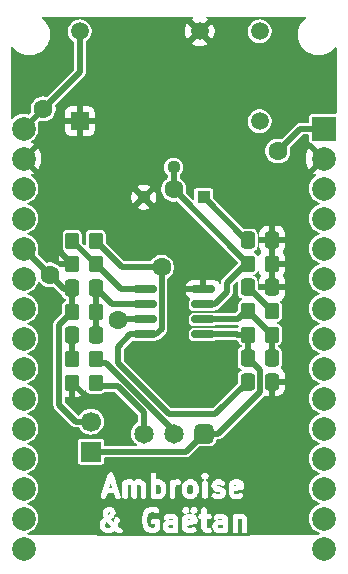
<source format=gbr>
%TF.GenerationSoftware,KiCad,Pcbnew,9.0.0+dfsg-1*%
%TF.CreationDate,2025-05-03T00:49:58+02:00*%
%TF.ProjectId,detec_presence_IR,64657465-635f-4707-9265-73656e63655f,rev?*%
%TF.SameCoordinates,Original*%
%TF.FileFunction,Copper,L1,Top*%
%TF.FilePolarity,Positive*%
%FSLAX46Y46*%
G04 Gerber Fmt 4.6, Leading zero omitted, Abs format (unit mm)*
G04 Created by KiCad (PCBNEW 9.0.0+dfsg-1) date 2025-05-03 00:49:58*
%MOMM*%
%LPD*%
G01*
G04 APERTURE LIST*
G04 Aperture macros list*
%AMRoundRect*
0 Rectangle with rounded corners*
0 $1 Rounding radius*
0 $2 $3 $4 $5 $6 $7 $8 $9 X,Y pos of 4 corners*
0 Add a 4 corners polygon primitive as box body*
4,1,4,$2,$3,$4,$5,$6,$7,$8,$9,$2,$3,0*
0 Add four circle primitives for the rounded corners*
1,1,$1+$1,$2,$3*
1,1,$1+$1,$4,$5*
1,1,$1+$1,$6,$7*
1,1,$1+$1,$8,$9*
0 Add four rect primitives between the rounded corners*
20,1,$1+$1,$2,$3,$4,$5,0*
20,1,$1+$1,$4,$5,$6,$7,0*
20,1,$1+$1,$6,$7,$8,$9,0*
20,1,$1+$1,$8,$9,$2,$3,0*%
G04 Aperture macros list end*
%ADD10C,0.450000*%
%TA.AperFunction,SMDPad,CuDef*%
%ADD11RoundRect,0.250000X-0.350000X-0.450000X0.350000X-0.450000X0.350000X0.450000X-0.350000X0.450000X0*%
%TD*%
%TA.AperFunction,SMDPad,CuDef*%
%ADD12RoundRect,0.250000X0.337500X0.475000X-0.337500X0.475000X-0.337500X-0.475000X0.337500X-0.475000X0*%
%TD*%
%TA.AperFunction,SMDPad,CuDef*%
%ADD13RoundRect,0.250000X-0.337500X-0.475000X0.337500X-0.475000X0.337500X0.475000X-0.337500X0.475000X0*%
%TD*%
%TA.AperFunction,SMDPad,CuDef*%
%ADD14RoundRect,0.250000X0.350000X0.450000X-0.350000X0.450000X-0.350000X-0.450000X0.350000X-0.450000X0*%
%TD*%
%TA.AperFunction,ComponentPad*%
%ADD15R,1.508000X1.508000*%
%TD*%
%TA.AperFunction,ComponentPad*%
%ADD16C,1.508000*%
%TD*%
%TA.AperFunction,ComponentPad*%
%ADD17R,1.130000X1.130000*%
%TD*%
%TA.AperFunction,ComponentPad*%
%ADD18C,1.130000*%
%TD*%
%TA.AperFunction,ComponentPad*%
%ADD19R,1.700000X1.700000*%
%TD*%
%TA.AperFunction,ComponentPad*%
%ADD20C,1.700000*%
%TD*%
%TA.AperFunction,ComponentPad*%
%ADD21RoundRect,0.412500X0.412500X0.412500X-0.412500X0.412500X-0.412500X-0.412500X0.412500X-0.412500X0*%
%TD*%
%TA.AperFunction,ComponentPad*%
%ADD22C,1.650000*%
%TD*%
%TA.AperFunction,SMDPad,CuDef*%
%ADD23RoundRect,0.150000X0.825000X0.150000X-0.825000X0.150000X-0.825000X-0.150000X0.825000X-0.150000X0*%
%TD*%
%TA.AperFunction,ComponentPad*%
%ADD24R,2.000000X2.000000*%
%TD*%
%TA.AperFunction,ComponentPad*%
%ADD25C,2.000000*%
%TD*%
%TA.AperFunction,ViaPad*%
%ADD26C,1.600000*%
%TD*%
%TA.AperFunction,Conductor*%
%ADD27C,0.500000*%
%TD*%
G04 APERTURE END LIST*
D10*
G36*
X116677428Y-109146402D02*
G01*
X116638148Y-109185683D01*
X116546886Y-109231314D01*
X116395973Y-109231314D01*
X116304711Y-109185683D01*
X116270632Y-109151604D01*
X116225001Y-109060342D01*
X116225001Y-108909428D01*
X116270631Y-108818166D01*
X116314774Y-108774024D01*
X116348421Y-108751593D01*
X116677428Y-109146402D01*
G37*
G36*
X116603725Y-107909733D02*
G01*
X116627015Y-107956314D01*
X116586513Y-108037318D01*
X116542368Y-108081462D01*
X116502118Y-108108295D01*
X116482144Y-108048372D01*
X116482144Y-107966571D01*
X116510563Y-107909732D01*
X116557143Y-107886442D01*
X116603725Y-107909733D01*
G37*
G36*
X121946430Y-109231314D02*
G01*
X121624544Y-109231314D01*
X121567706Y-109202895D01*
X121539287Y-109146056D01*
X121539287Y-109080857D01*
X121567706Y-109024019D01*
X121624544Y-108995600D01*
X121946430Y-108995600D01*
X121946430Y-109231314D01*
G37*
G36*
X123541409Y-108507147D02*
G01*
X123167858Y-108581857D01*
X123167858Y-108566571D01*
X123196277Y-108509732D01*
X123253115Y-108481314D01*
X123489743Y-108481314D01*
X123541409Y-108507147D01*
G37*
G36*
X126146429Y-109231314D02*
G01*
X125824543Y-109231314D01*
X125767705Y-109202895D01*
X125739286Y-109146056D01*
X125739286Y-109080857D01*
X125767705Y-109024019D01*
X125824543Y-108995600D01*
X126146429Y-108995600D01*
X126146429Y-109231314D01*
G37*
G36*
X120838147Y-105629046D02*
G01*
X120872226Y-105663124D01*
X120917857Y-105754386D01*
X120917857Y-106162443D01*
X120872226Y-106253705D01*
X120838147Y-106287784D01*
X120746885Y-106333415D01*
X120510714Y-106333415D01*
X120510714Y-105583415D01*
X120746885Y-105583415D01*
X120838147Y-105629046D01*
G37*
G36*
X123581004Y-105629046D02*
G01*
X123615083Y-105663124D01*
X123660714Y-105754386D01*
X123660714Y-106162443D01*
X123615083Y-106253705D01*
X123581004Y-106287784D01*
X123489742Y-106333415D01*
X123338828Y-106333415D01*
X123247566Y-106287784D01*
X123213488Y-106253705D01*
X123167857Y-106162443D01*
X123167857Y-105754386D01*
X123213488Y-105663123D01*
X123247566Y-105629046D01*
X123338828Y-105583415D01*
X123489742Y-105583415D01*
X123581004Y-105629046D01*
G37*
G36*
X127484265Y-105609248D02*
G01*
X127110714Y-105683958D01*
X127110714Y-105668672D01*
X127139133Y-105611833D01*
X127195971Y-105583415D01*
X127432599Y-105583415D01*
X127484265Y-105609248D01*
G37*
G36*
X116802114Y-105819129D02*
G01*
X116569314Y-105819129D01*
X116685713Y-105469928D01*
X116802114Y-105819129D01*
G37*
G36*
X128450000Y-109906314D02*
G01*
X115550001Y-109906314D01*
X115550001Y-108856314D01*
X115775001Y-108856314D01*
X115775001Y-109113457D01*
X115779324Y-109157352D01*
X115782417Y-109164821D01*
X115782991Y-109172886D01*
X115798755Y-109214080D01*
X115884469Y-109385508D01*
X115896358Y-109404395D01*
X115898634Y-109409889D01*
X115903709Y-109416073D01*
X115907966Y-109422835D01*
X115912451Y-109426725D01*
X115926616Y-109443984D01*
X116012331Y-109529699D01*
X116029584Y-109543858D01*
X116033479Y-109548349D01*
X116040248Y-109552610D01*
X116046426Y-109557680D01*
X116051913Y-109559952D01*
X116070807Y-109571846D01*
X116242235Y-109657560D01*
X116283429Y-109673324D01*
X116291493Y-109673897D01*
X116298963Y-109676991D01*
X116342858Y-109681314D01*
X116600001Y-109681314D01*
X116643896Y-109676991D01*
X116651365Y-109673897D01*
X116659429Y-109673324D01*
X116700624Y-109657560D01*
X116872052Y-109571846D01*
X116890941Y-109559955D01*
X116896435Y-109557680D01*
X116902618Y-109552605D01*
X116909380Y-109548349D01*
X116913271Y-109543862D01*
X116930530Y-109529698D01*
X116985715Y-109474512D01*
X117040902Y-109529699D01*
X117058160Y-109543862D01*
X117062051Y-109548349D01*
X117068812Y-109552605D01*
X117074997Y-109557681D01*
X117080490Y-109559956D01*
X117099378Y-109571846D01*
X117270807Y-109657560D01*
X117312001Y-109673324D01*
X117320065Y-109673897D01*
X117327535Y-109676991D01*
X117371430Y-109681314D01*
X117457144Y-109681314D01*
X117501039Y-109676991D01*
X117582147Y-109643395D01*
X117644225Y-109581317D01*
X117677821Y-109500209D01*
X117677821Y-109412419D01*
X117644225Y-109331311D01*
X117582147Y-109269233D01*
X117501039Y-109235637D01*
X117457144Y-109231314D01*
X117424544Y-109231314D01*
X117333282Y-109185683D01*
X117264432Y-109116833D01*
X117294287Y-109077028D01*
X117305866Y-109057942D01*
X117309759Y-109053454D01*
X117313018Y-109046153D01*
X117317165Y-109039319D01*
X117318639Y-109033564D01*
X117327741Y-109013179D01*
X117413455Y-108756036D01*
X117418403Y-108734270D01*
X117420678Y-108728780D01*
X117421461Y-108720821D01*
X117423234Y-108713027D01*
X117422812Y-108707102D01*
X117425001Y-108684885D01*
X117425001Y-108513457D01*
X117420678Y-108469562D01*
X117403356Y-108427742D01*
X119289287Y-108427742D01*
X119289287Y-108684885D01*
X119290041Y-108692541D01*
X119289553Y-108695822D01*
X119291981Y-108712246D01*
X119293610Y-108728780D01*
X119294879Y-108731845D01*
X119296005Y-108739455D01*
X119381719Y-109082313D01*
X119382875Y-109085551D01*
X119382991Y-109087170D01*
X119389977Y-109105427D01*
X119396559Y-109123848D01*
X119397525Y-109125152D01*
X119398755Y-109128365D01*
X119484469Y-109299793D01*
X119496357Y-109318680D01*
X119498634Y-109324175D01*
X119503710Y-109330360D01*
X119507966Y-109337121D01*
X119512452Y-109341011D01*
X119526616Y-109358270D01*
X119698045Y-109529699D01*
X119732140Y-109557681D01*
X119739611Y-109560775D01*
X119745718Y-109566072D01*
X119785993Y-109584054D01*
X120043136Y-109669768D01*
X120064901Y-109674716D01*
X120070392Y-109676991D01*
X120078350Y-109677774D01*
X120086145Y-109679547D01*
X120092069Y-109679125D01*
X120114287Y-109681314D01*
X120285715Y-109681314D01*
X120307931Y-109679125D01*
X120313856Y-109679547D01*
X120321649Y-109677774D01*
X120329610Y-109676991D01*
X120335100Y-109674716D01*
X120356866Y-109669768D01*
X120614009Y-109584054D01*
X120654284Y-109566072D01*
X120660392Y-109560774D01*
X120667863Y-109557680D01*
X120701958Y-109529698D01*
X120787672Y-109443983D01*
X120815654Y-109409887D01*
X120842577Y-109344887D01*
X120849249Y-109328780D01*
X120853572Y-109284885D01*
X120853572Y-109027742D01*
X121089287Y-109027742D01*
X121089287Y-109199171D01*
X121093610Y-109243066D01*
X121096703Y-109250535D01*
X121097277Y-109258599D01*
X121113041Y-109299794D01*
X121198755Y-109471222D01*
X121203373Y-109478559D01*
X121204530Y-109482028D01*
X121208275Y-109486346D01*
X121222252Y-109508550D01*
X121243565Y-109527035D01*
X121262051Y-109548349D01*
X121284256Y-109562326D01*
X121288573Y-109566071D01*
X121292039Y-109567226D01*
X121299378Y-109571846D01*
X121470807Y-109657560D01*
X121512001Y-109673324D01*
X121520065Y-109673897D01*
X121527535Y-109676991D01*
X121571430Y-109681314D01*
X122000001Y-109681314D01*
X122043896Y-109676991D01*
X122051365Y-109673897D01*
X122059429Y-109673324D01*
X122090228Y-109661538D01*
X122127535Y-109676991D01*
X122215325Y-109676991D01*
X122296433Y-109643395D01*
X122358511Y-109581317D01*
X122392107Y-109500209D01*
X122396430Y-109456314D01*
X122396430Y-108513457D01*
X122717858Y-108513457D01*
X122717858Y-109199171D01*
X122722181Y-109243066D01*
X122725274Y-109250535D01*
X122725848Y-109258599D01*
X122741612Y-109299794D01*
X122827326Y-109471222D01*
X122831944Y-109478559D01*
X122833101Y-109482028D01*
X122836846Y-109486346D01*
X122850823Y-109508550D01*
X122872136Y-109527035D01*
X122890622Y-109548349D01*
X122912827Y-109562326D01*
X122917144Y-109566071D01*
X122920610Y-109567226D01*
X122927949Y-109571846D01*
X123099378Y-109657560D01*
X123140572Y-109673324D01*
X123148636Y-109673897D01*
X123156106Y-109676991D01*
X123200001Y-109681314D01*
X123542858Y-109681314D01*
X123586753Y-109676991D01*
X123594222Y-109673897D01*
X123602287Y-109673324D01*
X123643481Y-109657560D01*
X123814909Y-109571846D01*
X123852236Y-109548349D01*
X123909757Y-109482027D01*
X123937519Y-109398741D01*
X123931296Y-109311171D01*
X123892035Y-109232650D01*
X123825713Y-109175129D01*
X123742427Y-109147367D01*
X123654857Y-109153590D01*
X123613663Y-109169354D01*
X123489743Y-109231314D01*
X123253115Y-109231314D01*
X123196277Y-109202895D01*
X123167858Y-109146056D01*
X123167858Y-109040770D01*
X123844127Y-108905516D01*
X123886322Y-108892668D01*
X123904638Y-108880401D01*
X123925004Y-108871966D01*
X123940756Y-108856213D01*
X123959266Y-108843818D01*
X123971494Y-108825476D01*
X123987082Y-108809888D01*
X123995607Y-108789305D01*
X124007964Y-108770771D01*
X124012241Y-108749146D01*
X124020678Y-108728780D01*
X124025001Y-108684885D01*
X124025001Y-108513457D01*
X124020678Y-108469562D01*
X124017584Y-108462092D01*
X124017011Y-108454028D01*
X124001247Y-108412834D01*
X123915532Y-108241404D01*
X123910911Y-108234063D01*
X123909757Y-108230601D01*
X123906017Y-108226289D01*
X123897286Y-108212419D01*
X124093609Y-108212419D01*
X124093609Y-108300209D01*
X124127205Y-108381317D01*
X124189283Y-108443395D01*
X124270391Y-108476991D01*
X124314286Y-108481314D01*
X124346429Y-108481314D01*
X124346429Y-109199171D01*
X124350752Y-109243066D01*
X124353845Y-109250535D01*
X124354419Y-109258599D01*
X124370183Y-109299794D01*
X124455897Y-109471222D01*
X124460515Y-109478559D01*
X124461672Y-109482028D01*
X124465417Y-109486346D01*
X124479394Y-109508550D01*
X124500707Y-109527035D01*
X124519193Y-109548349D01*
X124541398Y-109562326D01*
X124545715Y-109566071D01*
X124549181Y-109567226D01*
X124556520Y-109571846D01*
X124727949Y-109657560D01*
X124769143Y-109673324D01*
X124777207Y-109673897D01*
X124784677Y-109676991D01*
X124828572Y-109681314D01*
X125000000Y-109681314D01*
X125043895Y-109676991D01*
X125125003Y-109643395D01*
X125187081Y-109581317D01*
X125220677Y-109500209D01*
X125220677Y-109412419D01*
X125187081Y-109331311D01*
X125125003Y-109269233D01*
X125043895Y-109235637D01*
X125000000Y-109231314D01*
X124881686Y-109231314D01*
X124824848Y-109202895D01*
X124796429Y-109146056D01*
X124796429Y-109027742D01*
X125289286Y-109027742D01*
X125289286Y-109199171D01*
X125293609Y-109243066D01*
X125296702Y-109250535D01*
X125297276Y-109258599D01*
X125313040Y-109299794D01*
X125398754Y-109471222D01*
X125403372Y-109478559D01*
X125404529Y-109482028D01*
X125408274Y-109486346D01*
X125422251Y-109508550D01*
X125443564Y-109527035D01*
X125462050Y-109548349D01*
X125484255Y-109562326D01*
X125488572Y-109566071D01*
X125492038Y-109567226D01*
X125499377Y-109571846D01*
X125670806Y-109657560D01*
X125712000Y-109673324D01*
X125720064Y-109673897D01*
X125727534Y-109676991D01*
X125771429Y-109681314D01*
X126200000Y-109681314D01*
X126243895Y-109676991D01*
X126251364Y-109673897D01*
X126259428Y-109673324D01*
X126290227Y-109661538D01*
X126327534Y-109676991D01*
X126415324Y-109676991D01*
X126496432Y-109643395D01*
X126558510Y-109581317D01*
X126592106Y-109500209D01*
X126596429Y-109456314D01*
X126596429Y-108513457D01*
X126592106Y-108469562D01*
X126589012Y-108462092D01*
X126588439Y-108454028D01*
X126572675Y-108412834D01*
X126494415Y-108256314D01*
X127003571Y-108256314D01*
X127003571Y-109456314D01*
X127007894Y-109500209D01*
X127041490Y-109581317D01*
X127103568Y-109643395D01*
X127184676Y-109676991D01*
X127272466Y-109676991D01*
X127353574Y-109643395D01*
X127415652Y-109581317D01*
X127449248Y-109500209D01*
X127453571Y-109456314D01*
X127453571Y-108523942D01*
X127538828Y-108481314D01*
X127689742Y-108481314D01*
X127746579Y-108509732D01*
X127775000Y-108566573D01*
X127775000Y-109456314D01*
X127779323Y-109500209D01*
X127812919Y-109581317D01*
X127874997Y-109643395D01*
X127956105Y-109676991D01*
X128043895Y-109676991D01*
X128125003Y-109643395D01*
X128187081Y-109581317D01*
X128220677Y-109500209D01*
X128225000Y-109456314D01*
X128225000Y-108513457D01*
X128220677Y-108469562D01*
X128217583Y-108462092D01*
X128217010Y-108454028D01*
X128201246Y-108412834D01*
X128115531Y-108241404D01*
X128110910Y-108234063D01*
X128109756Y-108230601D01*
X128106016Y-108226289D01*
X128092034Y-108204077D01*
X128070716Y-108185588D01*
X128052235Y-108164279D01*
X128030030Y-108150301D01*
X128025712Y-108146556D01*
X128022244Y-108145400D01*
X128014908Y-108140782D01*
X127843480Y-108055068D01*
X127802286Y-108039304D01*
X127794221Y-108038730D01*
X127786752Y-108035637D01*
X127742857Y-108031314D01*
X127485714Y-108031314D01*
X127441819Y-108035637D01*
X127434349Y-108038730D01*
X127426285Y-108039304D01*
X127385091Y-108055068D01*
X127354636Y-108070295D01*
X127353574Y-108069233D01*
X127272466Y-108035637D01*
X127184676Y-108035637D01*
X127103568Y-108069233D01*
X127041490Y-108131311D01*
X127007894Y-108212419D01*
X127003571Y-108256314D01*
X126494415Y-108256314D01*
X126486960Y-108241404D01*
X126482339Y-108234063D01*
X126481185Y-108230601D01*
X126477445Y-108226289D01*
X126463463Y-108204077D01*
X126442145Y-108185588D01*
X126423664Y-108164279D01*
X126401459Y-108150301D01*
X126397141Y-108146556D01*
X126393673Y-108145400D01*
X126386337Y-108140782D01*
X126214909Y-108055068D01*
X126173715Y-108039304D01*
X126165650Y-108038730D01*
X126158181Y-108035637D01*
X126114286Y-108031314D01*
X125771429Y-108031314D01*
X125727534Y-108035637D01*
X125720064Y-108038730D01*
X125712000Y-108039304D01*
X125670806Y-108055068D01*
X125499377Y-108140782D01*
X125462050Y-108164279D01*
X125404529Y-108230600D01*
X125376767Y-108313887D01*
X125382990Y-108401456D01*
X125422251Y-108479978D01*
X125488572Y-108537499D01*
X125571859Y-108565261D01*
X125659428Y-108559038D01*
X125700623Y-108543274D01*
X125824543Y-108481314D01*
X126061171Y-108481314D01*
X126118008Y-108509732D01*
X126135942Y-108545600D01*
X125771429Y-108545600D01*
X125727534Y-108549923D01*
X125720064Y-108553016D01*
X125712000Y-108553590D01*
X125670806Y-108569354D01*
X125499377Y-108655068D01*
X125492037Y-108659688D01*
X125488573Y-108660843D01*
X125484258Y-108664584D01*
X125462050Y-108678565D01*
X125443563Y-108699879D01*
X125422251Y-108718364D01*
X125408273Y-108740569D01*
X125404529Y-108744886D01*
X125403373Y-108748352D01*
X125398754Y-108755691D01*
X125313040Y-108927119D01*
X125297276Y-108968313D01*
X125296702Y-108976377D01*
X125293609Y-108983847D01*
X125289286Y-109027742D01*
X124796429Y-109027742D01*
X124796429Y-108481314D01*
X125000000Y-108481314D01*
X125043895Y-108476991D01*
X125125003Y-108443395D01*
X125187081Y-108381317D01*
X125220677Y-108300209D01*
X125220677Y-108212419D01*
X125187081Y-108131311D01*
X125125003Y-108069233D01*
X125043895Y-108035637D01*
X125000000Y-108031314D01*
X124796429Y-108031314D01*
X124796429Y-107656314D01*
X124792106Y-107612419D01*
X124758510Y-107531311D01*
X124696432Y-107469233D01*
X124615324Y-107435637D01*
X124527534Y-107435637D01*
X124446426Y-107469233D01*
X124384348Y-107531311D01*
X124350752Y-107612419D01*
X124346429Y-107656314D01*
X124346429Y-108031314D01*
X124314286Y-108031314D01*
X124270391Y-108035637D01*
X124189283Y-108069233D01*
X124127205Y-108131311D01*
X124093609Y-108212419D01*
X123897286Y-108212419D01*
X123892035Y-108204077D01*
X123870717Y-108185588D01*
X123852236Y-108164279D01*
X123830031Y-108150301D01*
X123825713Y-108146556D01*
X123822245Y-108145400D01*
X123814909Y-108140782D01*
X123643481Y-108055068D01*
X123602287Y-108039304D01*
X123594222Y-108038730D01*
X123586753Y-108035637D01*
X123542858Y-108031314D01*
X123200001Y-108031314D01*
X123156106Y-108035637D01*
X123148636Y-108038730D01*
X123140572Y-108039304D01*
X123099378Y-108055068D01*
X122927949Y-108140782D01*
X122920610Y-108145401D01*
X122917144Y-108146557D01*
X122912827Y-108150301D01*
X122890622Y-108164279D01*
X122872136Y-108185592D01*
X122850823Y-108204078D01*
X122836846Y-108226281D01*
X122833101Y-108230600D01*
X122831944Y-108234068D01*
X122827326Y-108241406D01*
X122741612Y-108412834D01*
X122725848Y-108454029D01*
X122725274Y-108462092D01*
X122722181Y-108469562D01*
X122717858Y-108513457D01*
X122396430Y-108513457D01*
X122392107Y-108469562D01*
X122389013Y-108462092D01*
X122388440Y-108454028D01*
X122372676Y-108412834D01*
X122286961Y-108241404D01*
X122282340Y-108234063D01*
X122281186Y-108230601D01*
X122277446Y-108226289D01*
X122263464Y-108204077D01*
X122242146Y-108185588D01*
X122223665Y-108164279D01*
X122201460Y-108150301D01*
X122197142Y-108146556D01*
X122193674Y-108145400D01*
X122186338Y-108140782D01*
X122014910Y-108055068D01*
X121973716Y-108039304D01*
X121965651Y-108038730D01*
X121958182Y-108035637D01*
X121914287Y-108031314D01*
X121571430Y-108031314D01*
X121527535Y-108035637D01*
X121520065Y-108038730D01*
X121512001Y-108039304D01*
X121470807Y-108055068D01*
X121299378Y-108140782D01*
X121262051Y-108164279D01*
X121204530Y-108230600D01*
X121176768Y-108313887D01*
X121182991Y-108401456D01*
X121222252Y-108479978D01*
X121288573Y-108537499D01*
X121371860Y-108565261D01*
X121459429Y-108559038D01*
X121500624Y-108543274D01*
X121624544Y-108481314D01*
X121861172Y-108481314D01*
X121918009Y-108509732D01*
X121935943Y-108545600D01*
X121571430Y-108545600D01*
X121527535Y-108549923D01*
X121520065Y-108553016D01*
X121512001Y-108553590D01*
X121470807Y-108569354D01*
X121299378Y-108655068D01*
X121292038Y-108659688D01*
X121288574Y-108660843D01*
X121284259Y-108664584D01*
X121262051Y-108678565D01*
X121243564Y-108699879D01*
X121222252Y-108718364D01*
X121208274Y-108740569D01*
X121204530Y-108744886D01*
X121203374Y-108748352D01*
X121198755Y-108755691D01*
X121113041Y-108927119D01*
X121097277Y-108968313D01*
X121096703Y-108976377D01*
X121093610Y-108983847D01*
X121089287Y-109027742D01*
X120853572Y-109027742D01*
X120853572Y-108684885D01*
X120849249Y-108640990D01*
X120815653Y-108559882D01*
X120753575Y-108497804D01*
X120672467Y-108464208D01*
X120628572Y-108459885D01*
X120285715Y-108459885D01*
X120241820Y-108464208D01*
X120160712Y-108497804D01*
X120098634Y-108559882D01*
X120065038Y-108640990D01*
X120065038Y-108728780D01*
X120098634Y-108809888D01*
X120160712Y-108871966D01*
X120241820Y-108905562D01*
X120285715Y-108909885D01*
X120403572Y-108909885D01*
X120403572Y-109179857D01*
X120249202Y-109231314D01*
X120150800Y-109231314D01*
X119978684Y-109173942D01*
X119870632Y-109065890D01*
X119812292Y-108949210D01*
X119739287Y-108657187D01*
X119739287Y-108455439D01*
X119812292Y-108163416D01*
X119870632Y-108046738D01*
X119978684Y-107938685D01*
X120150800Y-107881314D01*
X120318315Y-107881314D01*
X120442235Y-107943274D01*
X120483429Y-107959038D01*
X120570999Y-107965261D01*
X120654285Y-107937499D01*
X120720607Y-107879978D01*
X120759868Y-107801457D01*
X120766091Y-107713887D01*
X120760839Y-107698132D01*
X122722181Y-107698132D01*
X122722181Y-107785924D01*
X122755777Y-107867032D01*
X122783759Y-107901127D01*
X122869473Y-107986841D01*
X122903568Y-108014823D01*
X122984676Y-108048419D01*
X122984677Y-108048419D01*
X123072467Y-108048419D01*
X123072468Y-108048419D01*
X123153576Y-108014823D01*
X123153577Y-108014822D01*
X123187671Y-107986841D01*
X123273385Y-107901127D01*
X123301367Y-107867032D01*
X123334963Y-107785924D01*
X123334963Y-107698132D01*
X123407895Y-107698132D01*
X123407895Y-107785924D01*
X123441491Y-107867032D01*
X123469473Y-107901127D01*
X123555187Y-107986841D01*
X123589282Y-108014823D01*
X123670390Y-108048419D01*
X123670391Y-108048419D01*
X123758180Y-108048419D01*
X123758181Y-108048419D01*
X123758182Y-108048419D01*
X123839290Y-108014823D01*
X123839294Y-108014818D01*
X123873384Y-107986842D01*
X123959099Y-107901128D01*
X123987081Y-107867033D01*
X123987083Y-107867031D01*
X124008463Y-107815413D01*
X124020678Y-107785925D01*
X124020678Y-107698133D01*
X124020678Y-107698132D01*
X124020678Y-107698131D01*
X124006762Y-107664536D01*
X123987083Y-107617025D01*
X123987081Y-107617023D01*
X123959099Y-107582928D01*
X123873384Y-107497214D01*
X123839294Y-107469237D01*
X123839290Y-107469233D01*
X123758182Y-107435637D01*
X123670390Y-107435637D01*
X123589282Y-107469233D01*
X123555187Y-107497215D01*
X123469473Y-107582929D01*
X123441492Y-107617023D01*
X123441491Y-107617024D01*
X123407895Y-107698132D01*
X123334963Y-107698132D01*
X123301367Y-107617024D01*
X123301366Y-107617023D01*
X123273385Y-107582929D01*
X123187671Y-107497215D01*
X123153576Y-107469233D01*
X123072468Y-107435637D01*
X122984676Y-107435637D01*
X122903568Y-107469233D01*
X122869473Y-107497215D01*
X122783759Y-107582929D01*
X122755778Y-107617023D01*
X122755777Y-107617024D01*
X122722181Y-107698132D01*
X120760839Y-107698132D01*
X120738329Y-107630601D01*
X120680808Y-107564279D01*
X120643481Y-107540782D01*
X120472053Y-107455068D01*
X120430859Y-107439304D01*
X120422794Y-107438730D01*
X120415325Y-107435637D01*
X120371430Y-107431314D01*
X120114287Y-107431314D01*
X120092069Y-107433502D01*
X120086145Y-107433081D01*
X120078350Y-107434853D01*
X120070392Y-107435637D01*
X120064901Y-107437911D01*
X120043136Y-107442860D01*
X119785993Y-107528574D01*
X119745718Y-107546556D01*
X119739611Y-107551852D01*
X119732140Y-107554947D01*
X119698045Y-107582929D01*
X119526616Y-107754358D01*
X119512451Y-107771616D01*
X119507966Y-107775507D01*
X119503709Y-107782268D01*
X119498634Y-107788453D01*
X119496358Y-107793946D01*
X119484469Y-107812834D01*
X119398755Y-107984262D01*
X119397525Y-107987474D01*
X119396559Y-107988779D01*
X119389980Y-108007191D01*
X119382991Y-108025456D01*
X119382875Y-108027076D01*
X119381719Y-108030314D01*
X119296005Y-108373172D01*
X119294879Y-108380781D01*
X119293610Y-108383847D01*
X119291981Y-108400380D01*
X119289553Y-108416805D01*
X119290041Y-108420085D01*
X119289287Y-108427742D01*
X117403356Y-108427742D01*
X117387082Y-108388454D01*
X117325004Y-108326376D01*
X117243896Y-108292780D01*
X117156106Y-108292780D01*
X117074998Y-108326376D01*
X117012920Y-108388454D01*
X116979324Y-108469562D01*
X116975001Y-108513457D01*
X116975001Y-108648372D01*
X116938764Y-108757083D01*
X116724986Y-108500549D01*
X116810523Y-108443525D01*
X116810644Y-108443425D01*
X116810718Y-108443395D01*
X116827428Y-108429680D01*
X116844648Y-108415580D01*
X116844693Y-108415512D01*
X116844813Y-108415414D01*
X116930528Y-108329700D01*
X116944692Y-108312441D01*
X116949179Y-108308550D01*
X116953435Y-108301787D01*
X116958510Y-108295605D01*
X116960784Y-108290112D01*
X116972676Y-108271223D01*
X117058390Y-108099794D01*
X117074154Y-108058600D01*
X117074727Y-108050535D01*
X117077821Y-108043066D01*
X117082144Y-107999171D01*
X117082144Y-107913457D01*
X117077821Y-107869562D01*
X117074727Y-107862092D01*
X117074154Y-107854028D01*
X117058390Y-107812834D01*
X116972676Y-107641405D01*
X116968056Y-107634066D01*
X116966901Y-107630600D01*
X116963156Y-107626283D01*
X116949179Y-107604078D01*
X116927865Y-107585592D01*
X116909380Y-107564279D01*
X116887176Y-107550302D01*
X116882858Y-107546557D01*
X116879389Y-107545400D01*
X116872052Y-107540782D01*
X116700624Y-107455068D01*
X116659429Y-107439304D01*
X116651365Y-107438730D01*
X116643896Y-107435637D01*
X116600001Y-107431314D01*
X116514287Y-107431314D01*
X116470392Y-107435637D01*
X116462922Y-107438730D01*
X116454858Y-107439304D01*
X116413664Y-107455068D01*
X116242235Y-107540782D01*
X116234896Y-107545401D01*
X116231430Y-107546557D01*
X116227113Y-107550301D01*
X116204908Y-107564279D01*
X116186422Y-107585592D01*
X116165109Y-107604078D01*
X116151132Y-107626281D01*
X116147387Y-107630600D01*
X116146230Y-107634068D01*
X116141612Y-107641406D01*
X116055898Y-107812834D01*
X116040134Y-107854029D01*
X116039560Y-107862092D01*
X116036467Y-107869562D01*
X116032144Y-107913457D01*
X116032144Y-108084885D01*
X116034332Y-108107101D01*
X116033911Y-108113026D01*
X116035683Y-108120819D01*
X116036467Y-108128780D01*
X116038741Y-108134270D01*
X116043690Y-108156036D01*
X116114020Y-108367027D01*
X116046622Y-108411960D01*
X116046501Y-108412058D01*
X116046428Y-108412089D01*
X116029433Y-108426036D01*
X116012498Y-108439905D01*
X116012453Y-108439971D01*
X116012332Y-108440071D01*
X115926617Y-108525785D01*
X115912452Y-108543043D01*
X115907966Y-108546935D01*
X115903709Y-108553696D01*
X115898635Y-108559880D01*
X115896359Y-108565373D01*
X115884469Y-108584263D01*
X115798755Y-108755691D01*
X115782991Y-108796886D01*
X115782417Y-108804949D01*
X115779324Y-108812419D01*
X115775001Y-108856314D01*
X115550001Y-108856314D01*
X115550001Y-106530273D01*
X115862481Y-106530273D01*
X115868704Y-106617843D01*
X115907966Y-106696366D01*
X115974287Y-106753887D01*
X116057572Y-106781648D01*
X116145142Y-106775425D01*
X116223665Y-106736163D01*
X116281186Y-106669842D01*
X116299168Y-106629566D01*
X116419314Y-106269129D01*
X116952114Y-106269129D01*
X117072260Y-106629567D01*
X117090242Y-106669842D01*
X117147763Y-106736164D01*
X117226286Y-106775425D01*
X117313856Y-106781649D01*
X117397141Y-106753887D01*
X117463463Y-106696367D01*
X117502724Y-106617843D01*
X117508948Y-106530274D01*
X117499168Y-106487264D01*
X117122885Y-105358415D01*
X117660714Y-105358415D01*
X117660714Y-106558415D01*
X117665037Y-106602310D01*
X117698633Y-106683418D01*
X117760711Y-106745496D01*
X117841819Y-106779092D01*
X117929609Y-106779092D01*
X118010717Y-106745496D01*
X118072795Y-106683418D01*
X118106391Y-106602310D01*
X118110714Y-106558415D01*
X118110714Y-105626043D01*
X118195971Y-105583415D01*
X118346885Y-105583415D01*
X118403722Y-105611833D01*
X118432143Y-105668674D01*
X118432143Y-106558415D01*
X118436466Y-106602310D01*
X118470062Y-106683418D01*
X118532140Y-106745496D01*
X118613248Y-106779092D01*
X118701038Y-106779092D01*
X118782146Y-106745496D01*
X118844224Y-106683418D01*
X118877820Y-106602310D01*
X118882143Y-106558415D01*
X118882143Y-105668672D01*
X118910562Y-105611833D01*
X118967400Y-105583415D01*
X119118313Y-105583415D01*
X119175152Y-105611834D01*
X119203571Y-105668672D01*
X119203571Y-106558415D01*
X119207894Y-106602310D01*
X119241490Y-106683418D01*
X119303568Y-106745496D01*
X119384676Y-106779092D01*
X119472466Y-106779092D01*
X119553574Y-106745496D01*
X119615652Y-106683418D01*
X119649248Y-106602310D01*
X119653571Y-106558415D01*
X119653571Y-105615558D01*
X119649248Y-105571663D01*
X119646154Y-105564193D01*
X119645581Y-105556129D01*
X119629817Y-105514935D01*
X119544103Y-105343506D01*
X119539483Y-105336167D01*
X119538328Y-105332701D01*
X119534583Y-105328384D01*
X119520606Y-105306179D01*
X119499292Y-105287693D01*
X119480807Y-105266380D01*
X119458603Y-105252403D01*
X119454285Y-105248658D01*
X119450816Y-105247501D01*
X119443479Y-105242883D01*
X119272051Y-105157169D01*
X119230856Y-105141405D01*
X119222792Y-105140831D01*
X119215323Y-105137738D01*
X119171428Y-105133415D01*
X118914285Y-105133415D01*
X118870390Y-105137738D01*
X118862920Y-105140831D01*
X118854856Y-105141405D01*
X118813662Y-105157169D01*
X118657142Y-105235428D01*
X118500623Y-105157169D01*
X118459429Y-105141405D01*
X118451364Y-105140831D01*
X118443895Y-105137738D01*
X118400000Y-105133415D01*
X118142857Y-105133415D01*
X118098962Y-105137738D01*
X118091492Y-105140831D01*
X118083428Y-105141405D01*
X118042234Y-105157169D01*
X118011779Y-105172396D01*
X118010717Y-105171334D01*
X117929609Y-105137738D01*
X117841819Y-105137738D01*
X117760711Y-105171334D01*
X117698633Y-105233412D01*
X117665037Y-105314520D01*
X117660714Y-105358415D01*
X117122885Y-105358415D01*
X116922885Y-104758415D01*
X120060714Y-104758415D01*
X120060714Y-106558415D01*
X120065037Y-106602310D01*
X120098633Y-106683418D01*
X120160711Y-106745496D01*
X120241819Y-106779092D01*
X120329609Y-106779092D01*
X120366915Y-106763639D01*
X120397714Y-106775425D01*
X120405778Y-106775998D01*
X120413248Y-106779092D01*
X120457143Y-106783415D01*
X120800000Y-106783415D01*
X120843895Y-106779092D01*
X120851364Y-106775998D01*
X120859429Y-106775425D01*
X120900623Y-106759661D01*
X121072051Y-106673947D01*
X121090938Y-106662057D01*
X121096432Y-106659782D01*
X121102616Y-106654706D01*
X121109378Y-106650450D01*
X121113268Y-106645964D01*
X121130527Y-106631800D01*
X121216242Y-106546085D01*
X121230401Y-106528831D01*
X121234892Y-106524937D01*
X121239153Y-106518167D01*
X121244223Y-106511990D01*
X121246495Y-106506502D01*
X121258389Y-106487609D01*
X121344103Y-106316181D01*
X121359867Y-106274987D01*
X121360440Y-106266922D01*
X121363534Y-106259453D01*
X121367857Y-106215558D01*
X121367857Y-105701272D01*
X121363534Y-105657377D01*
X121360440Y-105649907D01*
X121359867Y-105641843D01*
X121344103Y-105600649D01*
X121258389Y-105429220D01*
X121246497Y-105410330D01*
X121244223Y-105404838D01*
X121239148Y-105398655D01*
X121234892Y-105391893D01*
X121230405Y-105388001D01*
X121216241Y-105370743D01*
X121203913Y-105358415D01*
X121689285Y-105358415D01*
X121689285Y-106558415D01*
X121693608Y-106602310D01*
X121727204Y-106683418D01*
X121789282Y-106745496D01*
X121870390Y-106779092D01*
X121958180Y-106779092D01*
X122039288Y-106745496D01*
X122101366Y-106683418D01*
X122134962Y-106602310D01*
X122139285Y-106558415D01*
X122139285Y-105754386D01*
X122165841Y-105701272D01*
X122717857Y-105701272D01*
X122717857Y-106215558D01*
X122722180Y-106259453D01*
X122725273Y-106266922D01*
X122725847Y-106274987D01*
X122741611Y-106316181D01*
X122827325Y-106487609D01*
X122839215Y-106506498D01*
X122841490Y-106511989D01*
X122846563Y-106518171D01*
X122850822Y-106524936D01*
X122855309Y-106528827D01*
X122869471Y-106546084D01*
X122955185Y-106631799D01*
X122972443Y-106645963D01*
X122976335Y-106650450D01*
X122983097Y-106654706D01*
X122989280Y-106659781D01*
X122994772Y-106662055D01*
X123013662Y-106673947D01*
X123185091Y-106759661D01*
X123226285Y-106775425D01*
X123234349Y-106775998D01*
X123241819Y-106779092D01*
X123285714Y-106783415D01*
X123542857Y-106783415D01*
X123586752Y-106779092D01*
X123594221Y-106775998D01*
X123602286Y-106775425D01*
X123643480Y-106759661D01*
X123814908Y-106673947D01*
X123833795Y-106662057D01*
X123839289Y-106659782D01*
X123845473Y-106654706D01*
X123852235Y-106650450D01*
X123856125Y-106645964D01*
X123873384Y-106631800D01*
X123959099Y-106546085D01*
X123973258Y-106528831D01*
X123977749Y-106524937D01*
X123982010Y-106518167D01*
X123987080Y-106511990D01*
X123989352Y-106506502D01*
X124001246Y-106487609D01*
X124086960Y-106316181D01*
X124102724Y-106274987D01*
X124103297Y-106266922D01*
X124106391Y-106259453D01*
X124110714Y-106215558D01*
X124110714Y-105701272D01*
X124106391Y-105657377D01*
X124103297Y-105649907D01*
X124102724Y-105641843D01*
X124086960Y-105600649D01*
X124001246Y-105429220D01*
X123989354Y-105410330D01*
X123987080Y-105404838D01*
X123982005Y-105398655D01*
X123977749Y-105391893D01*
X123973262Y-105388001D01*
X123959098Y-105370743D01*
X123873383Y-105285029D01*
X123856126Y-105270867D01*
X123852235Y-105266380D01*
X123845470Y-105262121D01*
X123839288Y-105257048D01*
X123833797Y-105254773D01*
X123814908Y-105242883D01*
X123643480Y-105157169D01*
X123602286Y-105141405D01*
X123594221Y-105140831D01*
X123586752Y-105137738D01*
X123542857Y-105133415D01*
X123285714Y-105133415D01*
X123241819Y-105137738D01*
X123234349Y-105140831D01*
X123226285Y-105141405D01*
X123185091Y-105157169D01*
X123013662Y-105242883D01*
X122994774Y-105254772D01*
X122989281Y-105257048D01*
X122983096Y-105262123D01*
X122976335Y-105266380D01*
X122972444Y-105270866D01*
X122955186Y-105285030D01*
X122869472Y-105370744D01*
X122855308Y-105388002D01*
X122850822Y-105391893D01*
X122846566Y-105398653D01*
X122841490Y-105404839D01*
X122839213Y-105410333D01*
X122827325Y-105429221D01*
X122741611Y-105600649D01*
X122725847Y-105641844D01*
X122725273Y-105649907D01*
X122722180Y-105657377D01*
X122717857Y-105701272D01*
X122165841Y-105701272D01*
X122184915Y-105663124D01*
X122218994Y-105629046D01*
X122310257Y-105583415D01*
X122428571Y-105583415D01*
X122472466Y-105579092D01*
X122553574Y-105545496D01*
X122615652Y-105483418D01*
X122649248Y-105402310D01*
X122649248Y-105314520D01*
X122615652Y-105233412D01*
X122553574Y-105171334D01*
X122472466Y-105137738D01*
X122428571Y-105133415D01*
X122257142Y-105133415D01*
X122213247Y-105137738D01*
X122205777Y-105140831D01*
X122197713Y-105141405D01*
X122156519Y-105157169D01*
X122068921Y-105200967D01*
X122039288Y-105171334D01*
X121958180Y-105137738D01*
X121870390Y-105137738D01*
X121789282Y-105171334D01*
X121727204Y-105233412D01*
X121693608Y-105314520D01*
X121689285Y-105358415D01*
X121203913Y-105358415D01*
X121130526Y-105285029D01*
X121113269Y-105270867D01*
X121109378Y-105266380D01*
X121102613Y-105262121D01*
X121096431Y-105257048D01*
X121090940Y-105254773D01*
X121072051Y-105242883D01*
X120900623Y-105157169D01*
X120859429Y-105141405D01*
X120851364Y-105140831D01*
X120843895Y-105137738D01*
X120800000Y-105133415D01*
X120510714Y-105133415D01*
X120510714Y-104800233D01*
X124350751Y-104800233D01*
X124350751Y-104888025D01*
X124384347Y-104969133D01*
X124412329Y-105003228D01*
X124498043Y-105088942D01*
X124532138Y-105116924D01*
X124597817Y-105144129D01*
X124532139Y-105171334D01*
X124470061Y-105233412D01*
X124436465Y-105314520D01*
X124432142Y-105358415D01*
X124432142Y-106558415D01*
X124436465Y-106602310D01*
X124470061Y-106683418D01*
X124532139Y-106745496D01*
X124613247Y-106779092D01*
X124701037Y-106779092D01*
X124782145Y-106745496D01*
X124844223Y-106683418D01*
X124877819Y-106602310D01*
X124882142Y-106558415D01*
X124882142Y-105615558D01*
X125203571Y-105615558D01*
X125203571Y-105701272D01*
X125207894Y-105745167D01*
X125210987Y-105752636D01*
X125211561Y-105760700D01*
X125227325Y-105801895D01*
X125313039Y-105973323D01*
X125317657Y-105980660D01*
X125318814Y-105984129D01*
X125322559Y-105988447D01*
X125336536Y-106010651D01*
X125357849Y-106029136D01*
X125376335Y-106050450D01*
X125398540Y-106064427D01*
X125402857Y-106068172D01*
X125406323Y-106069327D01*
X125413662Y-106073947D01*
X125585091Y-106159661D01*
X125626285Y-106175425D01*
X125634349Y-106175998D01*
X125641819Y-106179092D01*
X125685714Y-106183415D01*
X125889741Y-106183415D01*
X125946580Y-106211834D01*
X125969870Y-106258415D01*
X125946580Y-106304995D01*
X125889741Y-106333415D01*
X125653114Y-106333415D01*
X125529194Y-106271455D01*
X125488000Y-106255691D01*
X125400430Y-106249468D01*
X125317144Y-106277230D01*
X125250822Y-106334750D01*
X125211561Y-106413272D01*
X125205338Y-106500842D01*
X125233100Y-106584128D01*
X125290620Y-106650450D01*
X125327948Y-106673947D01*
X125499376Y-106759661D01*
X125540570Y-106775425D01*
X125548634Y-106775998D01*
X125556104Y-106779092D01*
X125599999Y-106783415D01*
X125942856Y-106783415D01*
X125986751Y-106779092D01*
X125994220Y-106775998D01*
X126002284Y-106775425D01*
X126043479Y-106759661D01*
X126214907Y-106673947D01*
X126222244Y-106669328D01*
X126225713Y-106668172D01*
X126230031Y-106664426D01*
X126252235Y-106650450D01*
X126270720Y-106629136D01*
X126292034Y-106610651D01*
X126306011Y-106588445D01*
X126309756Y-106584129D01*
X126310911Y-106580662D01*
X126315531Y-106573324D01*
X126401245Y-106401895D01*
X126417009Y-106360701D01*
X126417582Y-106352636D01*
X126420676Y-106345167D01*
X126424999Y-106301272D01*
X126424999Y-106215558D01*
X126420676Y-106171663D01*
X126417582Y-106164193D01*
X126417009Y-106156129D01*
X126401245Y-106114935D01*
X126315531Y-105943506D01*
X126310911Y-105936167D01*
X126309756Y-105932701D01*
X126306011Y-105928384D01*
X126292034Y-105906179D01*
X126270720Y-105887693D01*
X126252235Y-105866380D01*
X126230031Y-105852403D01*
X126225713Y-105848658D01*
X126222244Y-105847501D01*
X126214907Y-105842883D01*
X126043479Y-105757169D01*
X126002284Y-105741405D01*
X125994220Y-105740831D01*
X125986751Y-105737738D01*
X125942856Y-105733415D01*
X125738828Y-105733415D01*
X125681990Y-105704996D01*
X125658699Y-105658415D01*
X125681990Y-105611833D01*
X125738828Y-105583415D01*
X125889741Y-105583415D01*
X126013662Y-105645375D01*
X126054856Y-105661139D01*
X126142426Y-105667362D01*
X126225713Y-105639600D01*
X126253433Y-105615558D01*
X126660714Y-105615558D01*
X126660714Y-106301272D01*
X126665037Y-106345167D01*
X126668130Y-106352636D01*
X126668704Y-106360700D01*
X126684468Y-106401895D01*
X126770182Y-106573323D01*
X126774800Y-106580660D01*
X126775957Y-106584129D01*
X126779702Y-106588447D01*
X126793679Y-106610651D01*
X126814992Y-106629136D01*
X126833478Y-106650450D01*
X126855683Y-106664427D01*
X126860000Y-106668172D01*
X126863466Y-106669327D01*
X126870805Y-106673947D01*
X127042234Y-106759661D01*
X127083428Y-106775425D01*
X127091492Y-106775998D01*
X127098962Y-106779092D01*
X127142857Y-106783415D01*
X127485714Y-106783415D01*
X127529609Y-106779092D01*
X127537078Y-106775998D01*
X127545143Y-106775425D01*
X127586337Y-106759661D01*
X127757765Y-106673947D01*
X127795092Y-106650450D01*
X127852613Y-106584128D01*
X127880375Y-106500842D01*
X127874152Y-106413272D01*
X127834891Y-106334751D01*
X127768569Y-106277230D01*
X127685283Y-106249468D01*
X127597713Y-106255691D01*
X127556519Y-106271455D01*
X127432599Y-106333415D01*
X127195971Y-106333415D01*
X127139133Y-106304996D01*
X127110714Y-106248157D01*
X127110714Y-106142871D01*
X127786983Y-106007617D01*
X127829178Y-105994769D01*
X127847494Y-105982502D01*
X127867860Y-105974067D01*
X127883612Y-105958314D01*
X127902122Y-105945919D01*
X127914350Y-105927577D01*
X127929938Y-105911989D01*
X127938463Y-105891406D01*
X127950820Y-105872872D01*
X127955097Y-105851247D01*
X127963534Y-105830881D01*
X127967857Y-105786986D01*
X127967857Y-105615558D01*
X127963534Y-105571663D01*
X127960440Y-105564193D01*
X127959867Y-105556129D01*
X127944103Y-105514935D01*
X127858388Y-105343505D01*
X127853767Y-105336164D01*
X127852613Y-105332702D01*
X127848873Y-105328390D01*
X127834891Y-105306178D01*
X127813573Y-105287689D01*
X127795092Y-105266380D01*
X127772887Y-105252402D01*
X127768569Y-105248657D01*
X127765101Y-105247501D01*
X127757765Y-105242883D01*
X127586337Y-105157169D01*
X127545143Y-105141405D01*
X127537078Y-105140831D01*
X127529609Y-105137738D01*
X127485714Y-105133415D01*
X127142857Y-105133415D01*
X127098962Y-105137738D01*
X127091492Y-105140831D01*
X127083428Y-105141405D01*
X127042234Y-105157169D01*
X126870805Y-105242883D01*
X126863466Y-105247502D01*
X126860000Y-105248658D01*
X126855683Y-105252402D01*
X126833478Y-105266380D01*
X126814992Y-105287693D01*
X126793679Y-105306179D01*
X126779702Y-105328382D01*
X126775957Y-105332701D01*
X126774800Y-105336169D01*
X126770182Y-105343507D01*
X126684468Y-105514935D01*
X126668704Y-105556130D01*
X126668130Y-105564193D01*
X126665037Y-105571663D01*
X126660714Y-105615558D01*
X126253433Y-105615558D01*
X126292034Y-105582079D01*
X126331295Y-105503557D01*
X126337518Y-105415987D01*
X126309756Y-105332701D01*
X126252235Y-105266380D01*
X126214907Y-105242883D01*
X126043479Y-105157169D01*
X126002284Y-105141405D01*
X125994220Y-105140831D01*
X125986751Y-105137738D01*
X125942856Y-105133415D01*
X125685714Y-105133415D01*
X125641819Y-105137738D01*
X125634349Y-105140831D01*
X125626285Y-105141405D01*
X125585091Y-105157169D01*
X125413662Y-105242883D01*
X125406323Y-105247502D01*
X125402857Y-105248658D01*
X125398540Y-105252402D01*
X125376335Y-105266380D01*
X125357849Y-105287693D01*
X125336536Y-105306179D01*
X125322559Y-105328382D01*
X125318814Y-105332701D01*
X125317657Y-105336169D01*
X125313039Y-105343507D01*
X125227325Y-105514935D01*
X125211561Y-105556130D01*
X125210987Y-105564193D01*
X125207894Y-105571663D01*
X125203571Y-105615558D01*
X124882142Y-105615558D01*
X124882142Y-105358415D01*
X124877819Y-105314520D01*
X124844223Y-105233412D01*
X124782145Y-105171334D01*
X124716466Y-105144129D01*
X124782146Y-105116924D01*
X124816241Y-105088942D01*
X124901955Y-105003228D01*
X124929937Y-104969133D01*
X124963533Y-104888025D01*
X124963533Y-104800233D01*
X124929937Y-104719125D01*
X124901955Y-104685030D01*
X124816241Y-104599316D01*
X124782146Y-104571334D01*
X124701038Y-104537738D01*
X124613246Y-104537738D01*
X124532138Y-104571334D01*
X124498043Y-104599316D01*
X124412329Y-104685030D01*
X124384347Y-104719125D01*
X124350751Y-104800233D01*
X120510714Y-104800233D01*
X120510714Y-104758415D01*
X120506391Y-104714520D01*
X120472795Y-104633412D01*
X120410717Y-104571334D01*
X120329609Y-104537738D01*
X120241819Y-104537738D01*
X120160711Y-104571334D01*
X120098633Y-104633412D01*
X120065037Y-104714520D01*
X120060714Y-104758415D01*
X116922885Y-104758415D01*
X116899168Y-104687264D01*
X116881186Y-104646988D01*
X116870653Y-104634843D01*
X116863463Y-104620463D01*
X116842145Y-104601974D01*
X116823665Y-104580667D01*
X116809289Y-104573479D01*
X116797141Y-104562943D01*
X116770370Y-104554019D01*
X116745142Y-104541405D01*
X116729109Y-104540265D01*
X116713856Y-104535181D01*
X116685709Y-104537181D01*
X116657572Y-104535182D01*
X116642321Y-104540265D01*
X116626286Y-104541405D01*
X116601053Y-104554020D01*
X116574287Y-104562943D01*
X116562141Y-104573476D01*
X116547763Y-104580666D01*
X116529276Y-104601981D01*
X116507966Y-104620464D01*
X116500777Y-104634840D01*
X116490242Y-104646988D01*
X116472260Y-104687263D01*
X115872260Y-106487264D01*
X115862481Y-106530273D01*
X115550001Y-106530273D01*
X115550001Y-104310181D01*
X128450000Y-104310181D01*
X128450000Y-109906314D01*
G37*
D11*
%TO.P,R6,1*%
%TO.N,GND*%
X113400000Y-86930062D03*
%TO.P,R6,2*%
%TO.N,Net-(U2B-+)*%
X115400000Y-86930062D03*
%TD*%
D12*
%TO.P,C2,1*%
%TO.N,Net-(U2A--)*%
X130339785Y-94868440D03*
%TO.P,C2,2*%
%TO.N,/1er_etage*%
X128264785Y-94868440D03*
%TD*%
%TO.P,C6,1*%
%TO.N,Net-(U2B--)*%
X115437500Y-88930062D03*
%TO.P,C6,2*%
%TO.N,/2eme_etage*%
X113362500Y-88930062D03*
%TD*%
D13*
%TO.P,C3,1*%
%TO.N,+10V*%
X128264785Y-84868440D03*
%TO.P,C3,2*%
%TO.N,GND*%
X130339785Y-84868440D03*
%TD*%
D14*
%TO.P,R8,1*%
%TO.N,Net-(U2B--)*%
X115400000Y-90930062D03*
%TO.P,R8,2*%
%TO.N,/2eme_etage*%
X113400000Y-90930062D03*
%TD*%
%TO.P,R3,1*%
%TO.N,Net-(U2A--)*%
X130302285Y-92868440D03*
%TO.P,R3,2*%
%TO.N,/1er_etage*%
X128302285Y-92868440D03*
%TD*%
D15*
%TO.P,PS1,1,-VIN*%
%TO.N,GND*%
X114050000Y-74810000D03*
D16*
%TO.P,PS1,7,NC*%
%TO.N,unconnected-(PS1-NC-Pad7)*%
X129290000Y-74810000D03*
%TO.P,PS1,8,+VOUT*%
%TO.N,+10V*%
X129290000Y-67190000D03*
%TO.P,PS1,10,-VOUT*%
%TO.N,GND*%
X124210000Y-67190000D03*
%TO.P,PS1,14,+VIN*%
%TO.N,+5V*%
X114050000Y-67190000D03*
%TD*%
D17*
%TO.P,U1,1,D*%
%TO.N,+10V*%
X124540000Y-81250000D03*
D18*
%TO.P,U1,2,S*%
%TO.N,Net-(U1-S)*%
X122000000Y-78710000D03*
%TO.P,U1,3,GND*%
%TO.N,GND*%
X119460000Y-81250000D03*
%TD*%
D11*
%TO.P,R7,1*%
%TO.N,Net-(U2B-+)*%
X113400000Y-84930062D03*
%TO.P,R7,2*%
%TO.N,+3.3V*%
X115400000Y-84930062D03*
%TD*%
D14*
%TO.P,R4,1*%
%TO.N,Net-(R4-Pad1)*%
X115400000Y-96930062D03*
%TO.P,R4,2*%
%TO.N,GND*%
X113400000Y-96930062D03*
%TD*%
D19*
%TO.P,J1,1,Pin_1*%
%TO.N,/1er_etage*%
X115000000Y-102775000D03*
D20*
%TO.P,J1,2,Pin_2*%
%TO.N,/2eme_etage*%
X115000000Y-100235000D03*
%TD*%
D13*
%TO.P,C5,1*%
%TO.N,Net-(C5-Pad1)*%
X113362500Y-92930062D03*
%TO.P,C5,2*%
%TO.N,Net-(U2B--)*%
X115437500Y-92930062D03*
%TD*%
%TO.P,C1,1*%
%TO.N,Net-(C1-Pad1)*%
X128264785Y-88868440D03*
%TO.P,C1,2*%
%TO.N,GND*%
X130339785Y-88868440D03*
%TD*%
D21*
%TO.P,RV1,1,1*%
%TO.N,/1er_etage*%
X124540000Y-101250000D03*
D22*
%TO.P,RV1,2,2*%
%TO.N,Net-(R5-Pad2)*%
X122000000Y-101250000D03*
%TO.P,RV1,3,3*%
%TO.N,Net-(R4-Pad1)*%
X119460000Y-101250000D03*
%TD*%
D23*
%TO.P,U2,1*%
%TO.N,/1er_etage*%
X124500000Y-92855000D03*
%TO.P,U2,2,-*%
%TO.N,Net-(U2A--)*%
X124500000Y-91585000D03*
%TO.P,U2,3,+*%
%TO.N,Net-(U1-S)*%
X124500000Y-90315000D03*
%TO.P,U2,4,V-*%
%TO.N,GND*%
X124500000Y-89045000D03*
%TO.P,U2,5,+*%
%TO.N,Net-(U2B-+)*%
X119550000Y-89045000D03*
%TO.P,U2,6,-*%
%TO.N,Net-(U2B--)*%
X119550000Y-90315000D03*
%TO.P,U2,7*%
%TO.N,/2eme_etage*%
X119550000Y-91585000D03*
%TO.P,U2,8,V+*%
%TO.N,+3.3V*%
X119550000Y-92855000D03*
%TD*%
D13*
%TO.P,C4,1*%
%TO.N,+3.3V*%
X128264785Y-96868440D03*
%TO.P,C4,2*%
%TO.N,GND*%
X130339785Y-96868440D03*
%TD*%
D11*
%TO.P,R1,1*%
%TO.N,Net-(U1-S)*%
X128302285Y-86868440D03*
%TO.P,R1,2*%
%TO.N,GND*%
X130302285Y-86868440D03*
%TD*%
%TO.P,R5,1*%
%TO.N,Net-(C5-Pad1)*%
X113400000Y-94930062D03*
%TO.P,R5,2*%
%TO.N,Net-(R5-Pad2)*%
X115400000Y-94930062D03*
%TD*%
%TO.P,R2,1*%
%TO.N,Net-(U2A--)*%
X128302285Y-90868440D03*
%TO.P,R2,2*%
%TO.N,Net-(C1-Pad1)*%
X130302285Y-90868440D03*
%TD*%
D24*
%TO.P,U3,1,3V3*%
%TO.N,+3.3V*%
X134700000Y-75425000D03*
D25*
%TO.P,U3,2,GND*%
%TO.N,GND*%
X134700000Y-77965000D03*
%TO.P,U3,3,D15*%
%TO.N,unconnected-(U3-D15-Pad3)*%
X134700000Y-80505000D03*
%TO.P,U3,4,D2*%
%TO.N,unconnected-(U3-D2-Pad4)*%
X134700000Y-83045000D03*
%TO.P,U3,5,D4*%
%TO.N,unconnected-(U3-D4-Pad5)*%
X134700000Y-85585000D03*
%TO.P,U3,6,RX2*%
%TO.N,unconnected-(U3-RX2-Pad6)*%
X134700000Y-88125000D03*
%TO.P,U3,7,TX2*%
%TO.N,unconnected-(U3-TX2-Pad7)*%
X134700000Y-90665000D03*
%TO.P,U3,8,D5*%
%TO.N,unconnected-(U3-D5-Pad8)*%
X134700000Y-93205000D03*
%TO.P,U3,9,D18*%
%TO.N,unconnected-(U3-D18-Pad9)*%
X134700000Y-95745000D03*
%TO.P,U3,10,D19*%
%TO.N,unconnected-(U3-D19-Pad10)*%
X134700000Y-98285000D03*
%TO.P,U3,11,D21*%
%TO.N,unconnected-(U3-D21-Pad11)*%
X134700000Y-100825000D03*
%TO.P,U3,12,RX0*%
%TO.N,unconnected-(U3-RX0-Pad12)*%
X134700000Y-103365000D03*
%TO.P,U3,13,TX0*%
%TO.N,unconnected-(U3-TX0-Pad13)*%
X134700000Y-105905000D03*
%TO.P,U3,14,D22*%
%TO.N,unconnected-(U3-D22-Pad14)*%
X134700000Y-108445000D03*
%TO.P,U3,15,D23*%
%TO.N,unconnected-(U3-D23-Pad15)*%
X134700000Y-110985000D03*
%TO.P,U3,16,EN*%
%TO.N,unconnected-(U3-EN-Pad16)*%
X109300000Y-110985000D03*
%TO.P,U3,17,VP*%
%TO.N,unconnected-(U3-VP-Pad17)*%
X109300000Y-108445000D03*
%TO.P,U3,18,VN*%
%TO.N,unconnected-(U3-VN-Pad18)*%
X109300000Y-105905000D03*
%TO.P,U3,19,D34*%
%TO.N,unconnected-(U3-D34-Pad19)*%
X109300000Y-103365000D03*
%TO.P,U3,20,D35*%
%TO.N,unconnected-(U3-D35-Pad20)*%
X109300000Y-100825000D03*
%TO.P,U3,21,D32*%
%TO.N,unconnected-(U3-D32-Pad21)*%
X109300000Y-98285000D03*
%TO.P,U3,22,D33*%
%TO.N,unconnected-(U3-D33-Pad22)*%
X109300000Y-95745000D03*
%TO.P,U3,23,D25*%
%TO.N,unconnected-(U3-D25-Pad23)*%
X109300000Y-93205000D03*
%TO.P,U3,24,D26*%
%TO.N,unconnected-(U3-D26-Pad24)*%
X109300000Y-90665000D03*
%TO.P,U3,25,D27*%
%TO.N,unconnected-(U3-D27-Pad25)*%
X109300000Y-88125000D03*
%TO.P,U3,26,D14*%
%TO.N,/2eme_etage*%
X109300000Y-85585000D03*
%TO.P,U3,27,D12*%
%TO.N,unconnected-(U3-D12-Pad27)*%
X109300000Y-83045000D03*
%TO.P,U3,28,D13*%
%TO.N,unconnected-(U3-D13-Pad28)*%
X109300000Y-80505000D03*
%TO.P,U3,29,GND*%
%TO.N,GND*%
X109300000Y-77965000D03*
%TO.P,U3,30,VIN*%
%TO.N,+5V*%
X109300000Y-75425000D03*
%TD*%
D26*
%TO.N,GND*%
X113300000Y-107100000D03*
X113300000Y-81300000D03*
X131000000Y-107100000D03*
X121920000Y-94460000D03*
X131000000Y-81200000D03*
%TO.N,+3.3V*%
X120976000Y-87176000D03*
X130826000Y-77326000D03*
%TO.N,/2eme_etage*%
X117300000Y-91600000D03*
X111500000Y-87800000D03*
%TO.N,+5V*%
X110962500Y-73762500D03*
%TO.N,Net-(U1-S)*%
X122000000Y-80566155D03*
%TD*%
D27*
%TO.N,Net-(C1-Pad1)*%
X128264785Y-88868440D02*
X128302285Y-88868440D01*
X128302285Y-88868440D02*
X130302285Y-90868440D01*
%TO.N,GND*%
X112349000Y-85879062D02*
X112349000Y-82251000D01*
X113400000Y-96930062D02*
X114969938Y-98500000D01*
X112349000Y-82251000D02*
X113300000Y-81300000D01*
X114969938Y-98500000D02*
X116500000Y-98500000D01*
X113400000Y-86930062D02*
X112349000Y-85879062D01*
%TO.N,/1er_etage*%
X128302285Y-92868440D02*
X128302285Y-94830940D01*
X127368440Y-92868440D02*
X128302285Y-92868440D01*
X124500000Y-92855000D02*
X127355000Y-92855000D01*
X129302285Y-95905940D02*
X129302285Y-97697715D01*
X129302285Y-97697715D02*
X125750000Y-101250000D01*
X128302285Y-94830940D02*
X128264785Y-94868440D01*
X128264785Y-94868440D02*
X129302285Y-95905940D01*
X125750000Y-101250000D02*
X124540000Y-101250000D01*
X127355000Y-92855000D02*
X127368440Y-92868440D01*
X123015000Y-102775000D02*
X115000000Y-102775000D01*
X124540000Y-101250000D02*
X123015000Y-102775000D01*
%TO.N,Net-(U2A--)*%
X130302285Y-92868440D02*
X128302285Y-90868440D01*
X128131560Y-90868440D02*
X128302285Y-90868440D01*
X124500000Y-91585000D02*
X127415000Y-91585000D01*
X130302285Y-92868440D02*
X130302285Y-94830940D01*
X127415000Y-91585000D02*
X128131560Y-90868440D01*
X130302285Y-94830940D02*
X130339785Y-94868440D01*
%TO.N,+10V*%
X128158440Y-84868440D02*
X124540000Y-81250000D01*
X128264785Y-84868440D02*
X128158440Y-84868440D01*
%TO.N,+3.3V*%
X121591364Y-99600000D02*
X125533225Y-99600000D01*
X120976000Y-87176000D02*
X117645938Y-87176000D01*
X119550000Y-92855000D02*
X118345000Y-92855000D01*
X130826000Y-77326000D02*
X132727000Y-75425000D01*
X117300000Y-93900000D02*
X117300000Y-95308636D01*
X117300000Y-95308636D02*
X121591364Y-99600000D01*
X120524999Y-92855000D02*
X119550000Y-92855000D01*
X125533225Y-99600000D02*
X128264785Y-96868440D01*
X117645938Y-87176000D02*
X115400000Y-84930062D01*
X132727000Y-75425000D02*
X134700000Y-75425000D01*
X120976000Y-92403999D02*
X120524999Y-92855000D01*
X118345000Y-92855000D02*
X117300000Y-93900000D01*
X120976000Y-87176000D02*
X120976000Y-92403999D01*
%TO.N,Net-(U2B--)*%
X119550000Y-90315000D02*
X116822438Y-90315000D01*
X116822438Y-90315000D02*
X115437500Y-88930062D01*
X115437500Y-92930062D02*
X115437500Y-88930062D01*
%TO.N,Net-(C5-Pad1)*%
X113400000Y-92967562D02*
X113362500Y-92930062D01*
X113400000Y-94930062D02*
X113400000Y-92967562D01*
%TO.N,/2eme_etage*%
X112300000Y-98800000D02*
X112300000Y-92030062D01*
X117835000Y-91585000D02*
X119550000Y-91585000D01*
X112300000Y-92030062D02*
X113400000Y-90930062D01*
X111500000Y-87800000D02*
X109300000Y-85600000D01*
X113400000Y-90930062D02*
X113400000Y-88967562D01*
X117300000Y-91600000D02*
X117820000Y-91600000D01*
X113292562Y-89000000D02*
X112700000Y-89000000D01*
X112700000Y-89000000D02*
X111500000Y-87800000D01*
X113400000Y-88967562D02*
X113362500Y-88930062D01*
X109300000Y-85600000D02*
X109300000Y-85585000D01*
X115000000Y-100235000D02*
X113735000Y-100235000D01*
X113735000Y-100235000D02*
X112300000Y-98800000D01*
X113362500Y-88930062D02*
X113292562Y-89000000D01*
X117820000Y-91600000D02*
X117835000Y-91585000D01*
%TO.N,+5V*%
X114050000Y-70675000D02*
X114050000Y-67190000D01*
X109300000Y-75425000D02*
X110962500Y-73762500D01*
X110962500Y-73762500D02*
X114050000Y-70675000D01*
%TO.N,Net-(U1-S)*%
X126500000Y-88500000D02*
X128131560Y-86868440D01*
X122000000Y-78710000D02*
X122000000Y-80566155D01*
X124500000Y-90315000D02*
X125474999Y-90315000D01*
X128131560Y-86868440D02*
X128302285Y-86868440D01*
X122000000Y-80566155D02*
X128302285Y-86868440D01*
X126500000Y-89289999D02*
X126500000Y-88500000D01*
X125474999Y-90315000D02*
X126500000Y-89289999D01*
%TO.N,Net-(R4-Pad1)*%
X117258636Y-97250000D02*
X115719938Y-97250000D01*
X115719938Y-97250000D02*
X115400000Y-96930062D01*
X119460000Y-99451364D02*
X117258636Y-97250000D01*
X119460000Y-101250000D02*
X119460000Y-99451364D01*
%TO.N,Net-(R5-Pad2)*%
X122000000Y-101000000D02*
X116250000Y-95250000D01*
X122000000Y-101250000D02*
X122000000Y-101000000D01*
X116250000Y-95250000D02*
X115719938Y-95250000D01*
X115719938Y-95250000D02*
X115400000Y-94930062D01*
%TO.N,Net-(U2B-+)*%
X119550000Y-89045000D02*
X117514938Y-89045000D01*
X113400000Y-84930062D02*
X115400000Y-86930062D01*
X117514938Y-89045000D02*
X115400000Y-86930062D01*
%TD*%
%TA.AperFunction,Conductor*%
%TO.N,GND*%
G36*
X123624576Y-65972174D02*
G01*
X123646250Y-66024500D01*
X123624576Y-66076826D01*
X123605845Y-66090434D01*
X123552765Y-66117479D01*
X123517010Y-66143456D01*
X123517010Y-66143457D01*
X124080590Y-66707037D01*
X124017007Y-66724075D01*
X123902993Y-66789901D01*
X123809901Y-66882993D01*
X123744075Y-66997007D01*
X123727037Y-67060590D01*
X123163457Y-66497010D01*
X123163456Y-66497010D01*
X123137479Y-66532765D01*
X123047871Y-66708630D01*
X123047869Y-66708636D01*
X122986879Y-66896343D01*
X122986876Y-66896356D01*
X122956000Y-67091307D01*
X122956000Y-67288692D01*
X122986876Y-67483643D01*
X122986879Y-67483656D01*
X123047869Y-67671363D01*
X123047869Y-67671364D01*
X123137484Y-67847240D01*
X123137484Y-67847241D01*
X123163456Y-67882988D01*
X123727037Y-67319407D01*
X123744075Y-67382993D01*
X123809901Y-67497007D01*
X123902993Y-67590099D01*
X124017007Y-67655925D01*
X124080590Y-67672962D01*
X123517010Y-68236542D01*
X123552762Y-68262517D01*
X123728635Y-68352130D01*
X123916343Y-68413120D01*
X123916356Y-68413123D01*
X124111307Y-68444000D01*
X124308693Y-68444000D01*
X124503643Y-68413123D01*
X124503656Y-68413120D01*
X124691363Y-68352130D01*
X124691364Y-68352130D01*
X124867242Y-68262515D01*
X124902988Y-68236542D01*
X124902989Y-68236542D01*
X124339409Y-67672962D01*
X124402993Y-67655925D01*
X124517007Y-67590099D01*
X124610099Y-67497007D01*
X124675925Y-67382993D01*
X124692962Y-67319409D01*
X125256542Y-67882989D01*
X125256542Y-67882988D01*
X125282515Y-67847242D01*
X125372130Y-67671364D01*
X125372130Y-67671363D01*
X125433120Y-67483656D01*
X125433123Y-67483643D01*
X125464000Y-67288692D01*
X125464000Y-67091308D01*
X125463999Y-67091305D01*
X125463961Y-67091066D01*
X128285500Y-67091066D01*
X128285500Y-67288933D01*
X128324101Y-67482996D01*
X128324104Y-67483006D01*
X128399821Y-67665804D01*
X128399823Y-67665807D01*
X128399824Y-67665809D01*
X128509754Y-67830331D01*
X128649669Y-67970246D01*
X128814191Y-68080176D01*
X128814196Y-68080178D01*
X128814195Y-68080178D01*
X128996993Y-68155895D01*
X128996998Y-68155897D01*
X129191065Y-68194500D01*
X129191067Y-68194500D01*
X129388933Y-68194500D01*
X129388935Y-68194500D01*
X129583002Y-68155897D01*
X129765809Y-68080176D01*
X129930331Y-67970246D01*
X130070246Y-67830331D01*
X130180176Y-67665809D01*
X130255897Y-67483002D01*
X130294500Y-67288935D01*
X130294500Y-67091065D01*
X130255897Y-66896998D01*
X130180176Y-66714191D01*
X130070246Y-66549669D01*
X129930331Y-66409754D01*
X129765809Y-66299824D01*
X129765805Y-66299822D01*
X129765803Y-66299821D01*
X129765804Y-66299821D01*
X129583006Y-66224104D01*
X129582996Y-66224101D01*
X129453038Y-66198251D01*
X129388935Y-66185500D01*
X129191065Y-66185500D01*
X129136048Y-66196443D01*
X128997003Y-66224101D01*
X128996993Y-66224104D01*
X128814195Y-66299821D01*
X128649669Y-66409753D01*
X128649668Y-66409755D01*
X128509755Y-66549668D01*
X128509753Y-66549669D01*
X128399821Y-66714195D01*
X128324104Y-66896993D01*
X128324101Y-66897003D01*
X128285500Y-67091066D01*
X125463961Y-67091066D01*
X125433123Y-66896356D01*
X125433120Y-66896343D01*
X125372130Y-66708636D01*
X125372130Y-66708635D01*
X125282517Y-66532762D01*
X125256541Y-66497010D01*
X124692962Y-67060590D01*
X124675925Y-66997007D01*
X124610099Y-66882993D01*
X124517007Y-66789901D01*
X124402993Y-66724075D01*
X124339407Y-66707037D01*
X124902988Y-66143456D01*
X124867241Y-66117484D01*
X124867235Y-66117481D01*
X124814153Y-66090434D01*
X124777370Y-66047367D01*
X124781814Y-65990905D01*
X124824881Y-65954122D01*
X124847748Y-65950500D01*
X133160228Y-65950500D01*
X133212554Y-65972174D01*
X133234228Y-66024500D01*
X133212554Y-66076826D01*
X133205282Y-66083202D01*
X133126760Y-66143456D01*
X133123334Y-66146085D01*
X132961085Y-66308334D01*
X132821388Y-66490388D01*
X132706655Y-66689112D01*
X132706654Y-66689114D01*
X132618841Y-66901115D01*
X132559451Y-67122761D01*
X132529500Y-67350267D01*
X132529500Y-67579732D01*
X132559451Y-67807238D01*
X132618841Y-68028884D01*
X132706654Y-68240885D01*
X132706655Y-68240887D01*
X132806096Y-68413123D01*
X132821389Y-68439612D01*
X132961081Y-68621661D01*
X133123339Y-68783919D01*
X133305388Y-68923611D01*
X133504112Y-69038344D01*
X133716113Y-69126158D01*
X133937762Y-69185548D01*
X133937761Y-69185548D01*
X134013596Y-69195532D01*
X134165266Y-69215500D01*
X134165268Y-69215500D01*
X134394732Y-69215500D01*
X134394734Y-69215500D01*
X134622238Y-69185548D01*
X134843887Y-69126158D01*
X135055888Y-69038344D01*
X135254612Y-68923611D01*
X135436661Y-68783919D01*
X135598919Y-68621661D01*
X135666793Y-68533206D01*
X135715841Y-68504889D01*
X135770549Y-68519548D01*
X135798867Y-68568597D01*
X135799500Y-68578256D01*
X135799500Y-74100500D01*
X135777826Y-74152826D01*
X135725500Y-74174500D01*
X135724674Y-74174500D01*
X133675326Y-74174500D01*
X133626615Y-74184189D01*
X133602259Y-74189034D01*
X133519399Y-74244398D01*
X133519398Y-74244399D01*
X133464034Y-74327259D01*
X133449500Y-74400327D01*
X133449500Y-74850500D01*
X133427826Y-74902826D01*
X133375500Y-74924500D01*
X132661106Y-74924500D01*
X132533818Y-74958606D01*
X132533809Y-74958610D01*
X132419685Y-75024500D01*
X131156964Y-76287220D01*
X131104638Y-76308894D01*
X131090202Y-76307472D01*
X130980357Y-76285623D01*
X130929465Y-76275500D01*
X130722535Y-76275500D01*
X130682385Y-76283486D01*
X130519586Y-76315868D01*
X130519579Y-76315870D01*
X130328401Y-76395059D01*
X130156345Y-76510022D01*
X130156344Y-76510024D01*
X130010024Y-76656344D01*
X130010022Y-76656345D01*
X129895059Y-76828401D01*
X129815870Y-77019579D01*
X129815868Y-77019586D01*
X129775500Y-77222535D01*
X129775500Y-77429464D01*
X129815868Y-77632413D01*
X129815870Y-77632420D01*
X129895059Y-77823598D01*
X130010023Y-77995655D01*
X130156345Y-78141977D01*
X130328402Y-78256941D01*
X130519580Y-78336130D01*
X130722535Y-78376500D01*
X130722536Y-78376500D01*
X130929464Y-78376500D01*
X130929465Y-78376500D01*
X131132420Y-78336130D01*
X131323598Y-78256941D01*
X131495655Y-78141977D01*
X131641977Y-77995655D01*
X131756941Y-77823598D01*
X131836130Y-77632420D01*
X131876500Y-77429465D01*
X131876500Y-77222535D01*
X131844526Y-77061795D01*
X131855575Y-77006248D01*
X131864773Y-76995039D01*
X132912640Y-75947174D01*
X132964966Y-75925500D01*
X133375500Y-75925500D01*
X133427826Y-75947174D01*
X133449500Y-75999500D01*
X133449500Y-76449674D01*
X133458442Y-76494627D01*
X133464034Y-76522740D01*
X133514313Y-76597990D01*
X133519399Y-76605601D01*
X133602260Y-76660966D01*
X133675326Y-76675500D01*
X133675328Y-76675500D01*
X133756100Y-76675500D01*
X133808426Y-76697174D01*
X133824476Y-76735923D01*
X134562424Y-77473871D01*
X134503147Y-77489755D01*
X134386853Y-77556898D01*
X134291898Y-77651853D01*
X134224755Y-77768147D01*
X134208871Y-77827424D01*
X133477340Y-77095893D01*
X133477339Y-77095893D01*
X133417084Y-77178828D01*
X133309892Y-77389207D01*
X133236937Y-77613738D01*
X133236934Y-77613751D01*
X133200000Y-77846946D01*
X133200000Y-78083053D01*
X133236934Y-78316248D01*
X133236937Y-78316261D01*
X133309892Y-78540792D01*
X133417082Y-78751166D01*
X133477340Y-78834105D01*
X134208871Y-78102574D01*
X134224755Y-78161853D01*
X134291898Y-78278147D01*
X134386853Y-78373102D01*
X134503147Y-78440245D01*
X134562423Y-78456127D01*
X133830893Y-79187658D01*
X133913833Y-79247917D01*
X134034836Y-79309570D01*
X134071619Y-79352637D01*
X134067176Y-79409100D01*
X134044738Y-79435372D01*
X133885352Y-79551173D01*
X133885349Y-79551177D01*
X133746168Y-79690358D01*
X133630475Y-79849595D01*
X133541113Y-80024980D01*
X133480293Y-80212163D01*
X133480290Y-80212176D01*
X133449500Y-80406582D01*
X133449500Y-80603417D01*
X133480290Y-80797823D01*
X133480293Y-80797836D01*
X133541113Y-80985019D01*
X133630475Y-81160404D01*
X133730483Y-81298053D01*
X133746172Y-81319646D01*
X133885354Y-81458828D01*
X134044595Y-81574524D01*
X134219975Y-81663884D01*
X134219977Y-81663884D01*
X134219980Y-81663886D01*
X134345351Y-81704622D01*
X134388419Y-81741405D01*
X134392862Y-81797867D01*
X134356079Y-81840935D01*
X134345351Y-81845378D01*
X134219980Y-81886113D01*
X134044595Y-81975475D01*
X133885358Y-82091168D01*
X133746168Y-82230358D01*
X133630475Y-82389595D01*
X133541113Y-82564980D01*
X133480293Y-82752163D01*
X133480290Y-82752176D01*
X133449500Y-82946582D01*
X133449500Y-83143417D01*
X133480290Y-83337823D01*
X133480293Y-83337836D01*
X133541113Y-83525019D01*
X133630475Y-83700404D01*
X133712865Y-83813804D01*
X133746172Y-83859646D01*
X133885354Y-83998828D01*
X134044595Y-84114524D01*
X134219975Y-84203884D01*
X134219977Y-84203884D01*
X134219980Y-84203886D01*
X134345351Y-84244622D01*
X134388419Y-84281405D01*
X134392862Y-84337867D01*
X134356079Y-84380935D01*
X134345351Y-84385378D01*
X134219980Y-84426113D01*
X134044595Y-84515475D01*
X133885358Y-84631168D01*
X133746168Y-84770358D01*
X133630475Y-84929595D01*
X133541113Y-85104980D01*
X133480293Y-85292163D01*
X133480290Y-85292176D01*
X133449500Y-85486582D01*
X133449500Y-85683417D01*
X133480290Y-85877823D01*
X133480293Y-85877836D01*
X133541113Y-86065019D01*
X133630475Y-86240404D01*
X133717384Y-86360024D01*
X133746172Y-86399646D01*
X133885354Y-86538828D01*
X134044595Y-86654524D01*
X134219975Y-86743884D01*
X134219977Y-86743884D01*
X134219980Y-86743886D01*
X134345351Y-86784622D01*
X134388419Y-86821405D01*
X134392862Y-86877867D01*
X134356079Y-86920935D01*
X134345351Y-86925378D01*
X134219980Y-86966113D01*
X134044595Y-87055475D01*
X133885358Y-87171168D01*
X133746168Y-87310358D01*
X133630475Y-87469595D01*
X133541113Y-87644980D01*
X133480293Y-87832163D01*
X133480290Y-87832176D01*
X133449500Y-88026582D01*
X133449500Y-88223417D01*
X133480290Y-88417823D01*
X133480293Y-88417836D01*
X133541113Y-88605019D01*
X133630475Y-88780404D01*
X133712865Y-88893804D01*
X133746172Y-88939646D01*
X133885354Y-89078828D01*
X134044595Y-89194524D01*
X134219975Y-89283884D01*
X134219977Y-89283884D01*
X134219980Y-89283886D01*
X134345351Y-89324622D01*
X134388419Y-89361405D01*
X134392862Y-89417867D01*
X134356079Y-89460935D01*
X134345351Y-89465378D01*
X134219980Y-89506113D01*
X134044595Y-89595475D01*
X133885358Y-89711168D01*
X133746168Y-89850358D01*
X133630475Y-90009595D01*
X133541113Y-90184980D01*
X133480293Y-90372163D01*
X133480290Y-90372176D01*
X133449500Y-90566582D01*
X133449500Y-90763417D01*
X133480290Y-90957823D01*
X133480293Y-90957836D01*
X133541113Y-91145019D01*
X133630475Y-91320404D01*
X133712865Y-91433804D01*
X133746172Y-91479646D01*
X133885354Y-91618828D01*
X134044595Y-91734524D01*
X134219975Y-91823884D01*
X134219977Y-91823884D01*
X134219980Y-91823886D01*
X134345351Y-91864622D01*
X134388419Y-91901405D01*
X134392862Y-91957867D01*
X134356079Y-92000935D01*
X134345351Y-92005378D01*
X134219980Y-92046113D01*
X134044595Y-92135475D01*
X133885358Y-92251168D01*
X133746168Y-92390358D01*
X133630475Y-92549595D01*
X133541113Y-92724980D01*
X133480293Y-92912163D01*
X133480290Y-92912176D01*
X133449500Y-93106582D01*
X133449500Y-93303417D01*
X133480290Y-93497823D01*
X133480293Y-93497836D01*
X133541113Y-93685019D01*
X133630475Y-93860404D01*
X133734049Y-94002961D01*
X133746172Y-94019646D01*
X133885354Y-94158828D01*
X134044595Y-94274524D01*
X134219975Y-94363884D01*
X134219977Y-94363884D01*
X134219980Y-94363886D01*
X134345351Y-94404622D01*
X134388419Y-94441405D01*
X134392862Y-94497867D01*
X134356079Y-94540935D01*
X134345351Y-94545378D01*
X134219980Y-94586113D01*
X134044595Y-94675475D01*
X133885358Y-94791168D01*
X133746168Y-94930358D01*
X133630475Y-95089595D01*
X133541113Y-95264980D01*
X133480293Y-95452163D01*
X133480290Y-95452176D01*
X133449500Y-95646582D01*
X133449500Y-95843417D01*
X133480290Y-96037823D01*
X133480293Y-96037836D01*
X133541113Y-96225019D01*
X133541115Y-96225024D01*
X133541116Y-96225025D01*
X133549125Y-96240743D01*
X133630475Y-96400404D01*
X133712865Y-96513804D01*
X133746172Y-96559646D01*
X133885354Y-96698828D01*
X134044595Y-96814524D01*
X134219975Y-96903884D01*
X134219977Y-96903884D01*
X134219980Y-96903886D01*
X134345351Y-96944622D01*
X134388419Y-96981405D01*
X134392862Y-97037867D01*
X134356079Y-97080935D01*
X134345351Y-97085378D01*
X134219980Y-97126113D01*
X134044595Y-97215475D01*
X133885358Y-97331168D01*
X133746168Y-97470358D01*
X133630475Y-97629595D01*
X133541113Y-97804980D01*
X133480293Y-97992163D01*
X133480290Y-97992176D01*
X133449500Y-98186582D01*
X133449500Y-98383417D01*
X133480290Y-98577823D01*
X133480293Y-98577836D01*
X133541113Y-98765019D01*
X133630475Y-98940404D01*
X133730318Y-99077826D01*
X133746172Y-99099646D01*
X133885354Y-99238828D01*
X134044595Y-99354524D01*
X134219975Y-99443884D01*
X134219977Y-99443884D01*
X134219980Y-99443886D01*
X134345351Y-99484622D01*
X134388419Y-99521405D01*
X134392862Y-99577867D01*
X134356079Y-99620935D01*
X134345351Y-99625378D01*
X134219980Y-99666113D01*
X134044595Y-99755475D01*
X133885358Y-99871168D01*
X133746168Y-100010358D01*
X133630475Y-100169595D01*
X133541113Y-100344980D01*
X133480293Y-100532163D01*
X133480290Y-100532176D01*
X133449500Y-100726582D01*
X133449500Y-100923417D01*
X133480290Y-101117823D01*
X133480293Y-101117836D01*
X133541113Y-101305019D01*
X133630475Y-101480404D01*
X133712865Y-101593804D01*
X133746172Y-101639646D01*
X133885354Y-101778828D01*
X133885357Y-101778830D01*
X133885358Y-101778831D01*
X134044595Y-101894524D01*
X134219975Y-101983884D01*
X134219977Y-101983884D01*
X134219980Y-101983886D01*
X134345351Y-102024622D01*
X134388419Y-102061405D01*
X134392862Y-102117867D01*
X134356079Y-102160935D01*
X134345351Y-102165378D01*
X134219980Y-102206113D01*
X134044595Y-102295475D01*
X133885358Y-102411168D01*
X133746168Y-102550358D01*
X133630475Y-102709595D01*
X133541113Y-102884980D01*
X133480293Y-103072163D01*
X133480290Y-103072176D01*
X133449500Y-103266582D01*
X133449500Y-103463417D01*
X133480290Y-103657823D01*
X133480293Y-103657836D01*
X133541113Y-103845019D01*
X133630475Y-104020404D01*
X133712865Y-104133804D01*
X133746172Y-104179646D01*
X133885354Y-104318828D01*
X134044595Y-104434524D01*
X134219975Y-104523884D01*
X134219977Y-104523884D01*
X134219980Y-104523886D01*
X134345351Y-104564622D01*
X134388419Y-104601405D01*
X134392862Y-104657867D01*
X134356079Y-104700935D01*
X134345351Y-104705378D01*
X134219980Y-104746113D01*
X134044595Y-104835475D01*
X133885358Y-104951168D01*
X133746168Y-105090358D01*
X133630475Y-105249595D01*
X133541113Y-105424980D01*
X133480293Y-105612163D01*
X133480290Y-105612176D01*
X133449500Y-105806582D01*
X133449500Y-106003417D01*
X133480290Y-106197823D01*
X133480293Y-106197836D01*
X133541113Y-106385019D01*
X133630475Y-106560404D01*
X133712865Y-106673804D01*
X133746172Y-106719646D01*
X133885354Y-106858828D01*
X134044595Y-106974524D01*
X134219975Y-107063884D01*
X134219977Y-107063884D01*
X134219980Y-107063886D01*
X134345351Y-107104622D01*
X134388419Y-107141405D01*
X134392862Y-107197867D01*
X134356079Y-107240935D01*
X134345351Y-107245378D01*
X134219980Y-107286113D01*
X134044595Y-107375475D01*
X133885358Y-107491168D01*
X133746168Y-107630358D01*
X133630475Y-107789595D01*
X133541113Y-107964980D01*
X133480293Y-108152163D01*
X133480290Y-108152176D01*
X133449500Y-108346582D01*
X133449500Y-108543417D01*
X133480290Y-108737823D01*
X133480293Y-108737836D01*
X133541113Y-108925019D01*
X133630475Y-109100404D01*
X133712865Y-109213804D01*
X133746172Y-109259646D01*
X133885354Y-109398828D01*
X134044595Y-109514524D01*
X134219975Y-109603884D01*
X134219977Y-109603884D01*
X134219980Y-109603886D01*
X134282995Y-109624360D01*
X134345351Y-109644621D01*
X134388418Y-109681403D01*
X134392862Y-109737866D01*
X134356080Y-109780933D01*
X134345352Y-109785377D01*
X134219976Y-109826115D01*
X134219974Y-109826115D01*
X134188930Y-109841934D01*
X134155335Y-109850000D01*
X109844665Y-109850000D01*
X109811070Y-109841934D01*
X109780024Y-109826115D01*
X109654647Y-109785377D01*
X109611580Y-109748594D01*
X109607137Y-109692131D01*
X109609890Y-109688908D01*
X115767407Y-109688908D01*
X128232594Y-109688908D01*
X128232594Y-104525821D01*
X115767407Y-104525821D01*
X115767407Y-109688908D01*
X109609890Y-109688908D01*
X109643920Y-109649064D01*
X109654640Y-109644624D01*
X109780025Y-109603884D01*
X109955405Y-109514524D01*
X110114646Y-109398828D01*
X110253828Y-109259646D01*
X110369524Y-109100405D01*
X110458884Y-108925025D01*
X110519709Y-108737826D01*
X110550500Y-108543417D01*
X110550500Y-108346583D01*
X110519709Y-108152174D01*
X110519707Y-108152169D01*
X110519706Y-108152163D01*
X110458886Y-107964980D01*
X110458884Y-107964977D01*
X110458884Y-107964975D01*
X110369524Y-107789595D01*
X110253828Y-107630354D01*
X110114646Y-107491172D01*
X110114643Y-107491169D01*
X110114641Y-107491168D01*
X109955404Y-107375475D01*
X109780019Y-107286113D01*
X109654648Y-107245378D01*
X109611580Y-107208595D01*
X109607137Y-107152133D01*
X109643920Y-107109065D01*
X109654648Y-107104622D01*
X109780019Y-107063886D01*
X109780019Y-107063885D01*
X109780025Y-107063884D01*
X109955405Y-106974524D01*
X110114646Y-106858828D01*
X110253828Y-106719646D01*
X110369524Y-106560405D01*
X110458884Y-106385025D01*
X110519709Y-106197826D01*
X110550500Y-106003417D01*
X110550500Y-105806583D01*
X110519709Y-105612174D01*
X110519707Y-105612169D01*
X110519706Y-105612163D01*
X110458886Y-105424980D01*
X110458884Y-105424977D01*
X110458884Y-105424975D01*
X110369524Y-105249595D01*
X110253828Y-105090354D01*
X110114646Y-104951172D01*
X110114643Y-104951169D01*
X110114641Y-104951168D01*
X109955404Y-104835475D01*
X109780019Y-104746113D01*
X109654648Y-104705378D01*
X109611580Y-104668595D01*
X109607137Y-104612133D01*
X109643920Y-104569065D01*
X109654648Y-104564622D01*
X109780019Y-104523886D01*
X109780019Y-104523885D01*
X109780025Y-104523884D01*
X109955405Y-104434524D01*
X110114646Y-104318828D01*
X110253828Y-104179646D01*
X110369524Y-104020405D01*
X110458884Y-103845025D01*
X110519709Y-103657826D01*
X110550500Y-103463417D01*
X110550500Y-103266583D01*
X110519709Y-103072174D01*
X110519707Y-103072169D01*
X110519706Y-103072163D01*
X110458886Y-102884980D01*
X110458884Y-102884977D01*
X110458884Y-102884975D01*
X110369524Y-102709595D01*
X110253828Y-102550354D01*
X110114646Y-102411172D01*
X110114643Y-102411169D01*
X110114641Y-102411168D01*
X109955404Y-102295475D01*
X109780019Y-102206113D01*
X109654648Y-102165378D01*
X109611580Y-102128595D01*
X109607137Y-102072133D01*
X109643920Y-102029065D01*
X109654648Y-102024622D01*
X109780019Y-101983886D01*
X109780019Y-101983885D01*
X109780025Y-101983884D01*
X109955405Y-101894524D01*
X110114646Y-101778828D01*
X110253828Y-101639646D01*
X110369524Y-101480405D01*
X110458884Y-101305025D01*
X110475179Y-101254874D01*
X110519706Y-101117836D01*
X110519706Y-101117833D01*
X110519709Y-101117826D01*
X110550500Y-100923417D01*
X110550500Y-100726583D01*
X110519709Y-100532174D01*
X110519707Y-100532169D01*
X110519706Y-100532163D01*
X110458886Y-100344980D01*
X110458884Y-100344977D01*
X110458884Y-100344975D01*
X110369524Y-100169595D01*
X110253828Y-100010354D01*
X110114646Y-99871172D01*
X110114643Y-99871169D01*
X110114641Y-99871168D01*
X109955404Y-99755475D01*
X109780019Y-99666113D01*
X109654648Y-99625378D01*
X109611580Y-99588595D01*
X109607137Y-99532133D01*
X109643920Y-99489065D01*
X109654648Y-99484622D01*
X109780019Y-99443886D01*
X109780019Y-99443885D01*
X109780025Y-99443884D01*
X109955405Y-99354524D01*
X110114646Y-99238828D01*
X110253828Y-99099646D01*
X110369524Y-98940405D01*
X110458884Y-98765025D01*
X110468930Y-98734108D01*
X110519706Y-98577836D01*
X110519706Y-98577833D01*
X110519709Y-98577826D01*
X110550500Y-98383417D01*
X110550500Y-98186583D01*
X110519709Y-97992174D01*
X110519707Y-97992169D01*
X110519706Y-97992163D01*
X110458886Y-97804980D01*
X110458884Y-97804977D01*
X110458884Y-97804975D01*
X110369524Y-97629595D01*
X110253828Y-97470354D01*
X110114646Y-97331172D01*
X110114643Y-97331169D01*
X110114641Y-97331168D01*
X109955404Y-97215475D01*
X109780019Y-97126113D01*
X109654648Y-97085378D01*
X109611580Y-97048595D01*
X109607137Y-96992133D01*
X109643920Y-96949065D01*
X109654648Y-96944622D01*
X109780019Y-96903886D01*
X109780019Y-96903885D01*
X109780025Y-96903884D01*
X109955405Y-96814524D01*
X110114646Y-96698828D01*
X110253828Y-96559646D01*
X110369524Y-96400405D01*
X110458884Y-96225025D01*
X110482901Y-96151109D01*
X110519706Y-96037836D01*
X110519706Y-96037833D01*
X110519709Y-96037826D01*
X110550500Y-95843417D01*
X110550500Y-95646583D01*
X110546668Y-95622391D01*
X110519709Y-95452176D01*
X110519706Y-95452163D01*
X110458886Y-95264980D01*
X110458884Y-95264977D01*
X110458884Y-95264975D01*
X110369524Y-95089595D01*
X110281160Y-94967973D01*
X110253831Y-94930358D01*
X110253830Y-94930357D01*
X110253828Y-94930354D01*
X110114646Y-94791172D01*
X110114643Y-94791169D01*
X110114641Y-94791168D01*
X109955404Y-94675475D01*
X109780019Y-94586113D01*
X109654648Y-94545378D01*
X109611580Y-94508595D01*
X109607137Y-94452133D01*
X109643920Y-94409065D01*
X109654648Y-94404622D01*
X109780019Y-94363886D01*
X109780019Y-94363885D01*
X109780025Y-94363884D01*
X109955405Y-94274524D01*
X110114646Y-94158828D01*
X110253828Y-94019646D01*
X110369524Y-93860405D01*
X110458884Y-93685025D01*
X110461821Y-93675985D01*
X110519706Y-93497836D01*
X110519706Y-93497833D01*
X110519709Y-93497826D01*
X110550500Y-93303417D01*
X110550500Y-93106583D01*
X110519709Y-92912174D01*
X110519707Y-92912169D01*
X110519706Y-92912163D01*
X110458886Y-92724980D01*
X110458884Y-92724977D01*
X110458884Y-92724975D01*
X110369524Y-92549595D01*
X110253828Y-92390354D01*
X110114646Y-92251172D01*
X110114643Y-92251169D01*
X110114641Y-92251168D01*
X109955404Y-92135475D01*
X109780019Y-92046113D01*
X109654648Y-92005378D01*
X109611580Y-91968595D01*
X109607137Y-91912133D01*
X109643920Y-91869065D01*
X109654648Y-91864622D01*
X109780019Y-91823886D01*
X109780019Y-91823885D01*
X109780025Y-91823884D01*
X109955405Y-91734524D01*
X110114646Y-91618828D01*
X110253828Y-91479646D01*
X110369524Y-91320405D01*
X110458884Y-91145025D01*
X110478550Y-91084500D01*
X110519706Y-90957836D01*
X110519706Y-90957833D01*
X110519709Y-90957826D01*
X110550500Y-90763417D01*
X110550500Y-90566583D01*
X110519709Y-90372174D01*
X110519707Y-90372169D01*
X110519706Y-90372163D01*
X110458886Y-90184980D01*
X110458884Y-90184977D01*
X110458884Y-90184975D01*
X110369524Y-90009595D01*
X110298226Y-89911462D01*
X110253831Y-89850358D01*
X110253830Y-89850357D01*
X110253828Y-89850354D01*
X110114646Y-89711172D01*
X110114643Y-89711169D01*
X110114641Y-89711168D01*
X109955404Y-89595475D01*
X109780019Y-89506113D01*
X109654648Y-89465378D01*
X109611580Y-89428595D01*
X109607137Y-89372133D01*
X109643920Y-89329065D01*
X109654648Y-89324622D01*
X109780019Y-89283886D01*
X109780019Y-89283885D01*
X109780025Y-89283884D01*
X109955405Y-89194524D01*
X110114646Y-89078828D01*
X110253828Y-88939646D01*
X110369524Y-88780405D01*
X110458884Y-88605025D01*
X110495139Y-88493444D01*
X110514993Y-88432341D01*
X110551776Y-88389273D01*
X110608238Y-88384830D01*
X110646899Y-88414095D01*
X110684023Y-88469655D01*
X110830345Y-88615977D01*
X111002402Y-88730941D01*
X111193580Y-88810130D01*
X111396535Y-88850500D01*
X111396536Y-88850500D01*
X111603463Y-88850500D01*
X111603465Y-88850500D01*
X111764204Y-88818526D01*
X111819751Y-88829575D01*
X111830965Y-88838778D01*
X112296911Y-89304724D01*
X112296916Y-89304730D01*
X112299500Y-89307314D01*
X112392686Y-89400500D01*
X112480021Y-89450923D01*
X112494654Y-89459371D01*
X112529134Y-89504303D01*
X112529832Y-89508044D01*
X112529845Y-89508042D01*
X112530909Y-89512547D01*
X112581202Y-89647391D01*
X112581203Y-89647392D01*
X112581204Y-89647393D01*
X112667454Y-89762608D01*
X112782669Y-89848858D01*
X112851360Y-89874478D01*
X112863058Y-89885369D01*
X112877826Y-89891486D01*
X112882971Y-89903908D01*
X112892812Y-89913070D01*
X112899500Y-89943812D01*
X112899500Y-89950635D01*
X112877826Y-90002961D01*
X112851361Y-90019969D01*
X112807669Y-90036265D01*
X112692454Y-90122516D01*
X112606203Y-90237731D01*
X112606202Y-90237732D01*
X112555910Y-90372574D01*
X112555909Y-90372579D01*
X112549500Y-90432188D01*
X112549500Y-91042095D01*
X112527826Y-91094421D01*
X111992686Y-91629562D01*
X111899500Y-91722747D01*
X111833610Y-91836871D01*
X111833606Y-91836880D01*
X111799500Y-91964167D01*
X111799500Y-98865894D01*
X111833606Y-98993181D01*
X111833607Y-98993184D01*
X111833608Y-98993186D01*
X111899500Y-99107314D01*
X113334500Y-100542314D01*
X113427686Y-100635500D01*
X113455191Y-100651380D01*
X113523672Y-100690918D01*
X113541814Y-100701392D01*
X113541815Y-100701392D01*
X113541817Y-100701393D01*
X113594970Y-100715635D01*
X113669104Y-100735499D01*
X113669105Y-100735500D01*
X113669107Y-100735500D01*
X113669108Y-100735500D01*
X113974550Y-100735500D01*
X114026876Y-100757174D01*
X114040485Y-100775905D01*
X114058767Y-100811788D01*
X114077200Y-100837158D01*
X114160586Y-100951928D01*
X114283072Y-101074414D01*
X114283075Y-101074416D01*
X114283076Y-101074417D01*
X114423212Y-101176232D01*
X114577553Y-101254872D01*
X114577557Y-101254874D01*
X114742288Y-101308399D01*
X114742294Y-101308400D01*
X114742299Y-101308402D01*
X114856359Y-101326467D01*
X114913388Y-101335500D01*
X114913389Y-101335500D01*
X115086612Y-101335500D01*
X115129383Y-101328725D01*
X115257701Y-101308402D01*
X115257708Y-101308399D01*
X115257711Y-101308399D01*
X115422442Y-101254874D01*
X115422442Y-101254873D01*
X115422445Y-101254873D01*
X115576788Y-101176232D01*
X115716928Y-101074414D01*
X115839414Y-100951928D01*
X115941232Y-100811788D01*
X116019873Y-100657445D01*
X116027004Y-100635499D01*
X116073399Y-100492711D01*
X116073399Y-100492708D01*
X116073402Y-100492701D01*
X116100500Y-100321611D01*
X116100500Y-100148389D01*
X116099493Y-100142034D01*
X116078637Y-100010352D01*
X116073402Y-99977299D01*
X116073400Y-99977294D01*
X116073399Y-99977288D01*
X116019874Y-99812557D01*
X116019872Y-99812553D01*
X115941232Y-99658212D01*
X115839417Y-99518076D01*
X115839416Y-99518075D01*
X115839414Y-99518072D01*
X115716928Y-99395586D01*
X115716925Y-99395583D01*
X115716923Y-99395582D01*
X115576787Y-99293767D01*
X115422446Y-99215127D01*
X115422442Y-99215125D01*
X115257711Y-99161600D01*
X115257698Y-99161597D01*
X115086612Y-99134500D01*
X115086611Y-99134500D01*
X114913389Y-99134500D01*
X114913388Y-99134500D01*
X114742301Y-99161597D01*
X114742288Y-99161600D01*
X114577557Y-99215125D01*
X114577553Y-99215127D01*
X114423212Y-99293767D01*
X114283076Y-99395582D01*
X114160582Y-99518076D01*
X114058767Y-99658211D01*
X114040485Y-99694095D01*
X114031431Y-99701827D01*
X114026876Y-99712826D01*
X114010717Y-99719518D01*
X113997418Y-99730878D01*
X113974550Y-99734500D01*
X113972966Y-99734500D01*
X113920640Y-99712826D01*
X112822174Y-98614360D01*
X112800500Y-98562034D01*
X112800500Y-98189968D01*
X112822174Y-98137642D01*
X112874500Y-98115968D01*
X112893286Y-98119002D01*
X112893347Y-98118721D01*
X112897302Y-98119567D01*
X113000025Y-98130061D01*
X113150000Y-98130061D01*
X113150000Y-97004062D01*
X113171674Y-96951736D01*
X113224000Y-96930062D01*
X113576000Y-96930062D01*
X113628326Y-96951736D01*
X113650000Y-97004062D01*
X113650000Y-98130061D01*
X113799971Y-98130061D01*
X113799976Y-98130060D01*
X113902696Y-98119567D01*
X114069121Y-98064419D01*
X114218343Y-97972378D01*
X114218347Y-97972376D01*
X114342314Y-97848409D01*
X114342316Y-97848405D01*
X114434358Y-97699182D01*
X114462559Y-97614076D01*
X114499591Y-97571223D01*
X114556079Y-97567108D01*
X114598932Y-97604140D01*
X114602137Y-97611490D01*
X114606204Y-97622393D01*
X114692454Y-97737608D01*
X114791539Y-97811783D01*
X114807669Y-97823858D01*
X114807670Y-97823859D01*
X114918605Y-97865234D01*
X114942517Y-97874153D01*
X115002127Y-97880562D01*
X115797872Y-97880561D01*
X115857483Y-97874153D01*
X115938491Y-97843939D01*
X115992329Y-97823859D01*
X115992329Y-97823858D01*
X115992331Y-97823858D01*
X116070608Y-97765259D01*
X116114955Y-97750500D01*
X117020670Y-97750500D01*
X117072996Y-97772174D01*
X118937826Y-99637004D01*
X118959500Y-99689330D01*
X118959500Y-100252608D01*
X118937826Y-100304934D01*
X118919097Y-100318542D01*
X118896310Y-100330152D01*
X118759363Y-100429650D01*
X118639650Y-100549363D01*
X118540149Y-100686314D01*
X118463291Y-100837158D01*
X118410984Y-100998142D01*
X118410981Y-100998155D01*
X118384500Y-101165355D01*
X118384500Y-101334644D01*
X118410981Y-101501844D01*
X118410984Y-101501857D01*
X118463291Y-101662841D01*
X118463294Y-101662848D01*
X118463295Y-101662849D01*
X118468733Y-101673523D01*
X118540149Y-101813685D01*
X118629454Y-101936602D01*
X118639654Y-101950641D01*
X118759359Y-102070346D01*
X118759362Y-102070348D01*
X118759363Y-102070349D01*
X118856101Y-102140633D01*
X118885694Y-102188924D01*
X118872472Y-102243996D01*
X118824181Y-102273589D01*
X118812605Y-102274500D01*
X116174500Y-102274500D01*
X116122174Y-102252826D01*
X116100500Y-102200500D01*
X116100500Y-101900327D01*
X116099346Y-101894524D01*
X116085966Y-101827260D01*
X116030601Y-101744399D01*
X115988686Y-101716393D01*
X115947740Y-101689034D01*
X115874674Y-101674500D01*
X114125326Y-101674500D01*
X114076615Y-101684189D01*
X114052259Y-101689034D01*
X113969399Y-101744398D01*
X113969398Y-101744399D01*
X113914034Y-101827259D01*
X113914034Y-101827260D01*
X113899500Y-101900326D01*
X113899500Y-103649674D01*
X113914034Y-103722740D01*
X113969399Y-103805601D01*
X114052260Y-103860966D01*
X114125326Y-103875500D01*
X114125328Y-103875500D01*
X115874672Y-103875500D01*
X115874674Y-103875500D01*
X115947740Y-103860966D01*
X116030601Y-103805601D01*
X116085966Y-103722740D01*
X116100500Y-103649674D01*
X116100500Y-103349500D01*
X116122174Y-103297174D01*
X116174500Y-103275500D01*
X123080894Y-103275500D01*
X123080894Y-103275499D01*
X123208186Y-103241392D01*
X123322314Y-103175500D01*
X124150640Y-102347172D01*
X124202966Y-102325499D01*
X125006086Y-102325499D01*
X125006090Y-102325499D01*
X125072887Y-102319430D01*
X125226602Y-102271531D01*
X125364388Y-102188236D01*
X125478236Y-102074388D01*
X125561531Y-101936602D01*
X125603323Y-101802482D01*
X125639582Y-101758977D01*
X125673972Y-101750500D01*
X125815894Y-101750500D01*
X125815894Y-101750499D01*
X125943186Y-101716392D01*
X126057314Y-101650500D01*
X129648526Y-98059287D01*
X129700849Y-98037615D01*
X129724126Y-98041371D01*
X129849587Y-98082945D01*
X129952310Y-98093439D01*
X130089785Y-98093439D01*
X130589785Y-98093439D01*
X130727256Y-98093439D01*
X130727261Y-98093438D01*
X130829981Y-98082945D01*
X130996406Y-98027797D01*
X131145628Y-97935756D01*
X131145632Y-97935754D01*
X131269599Y-97811787D01*
X131269601Y-97811783D01*
X131361642Y-97662561D01*
X131416790Y-97496137D01*
X131427284Y-97393415D01*
X131427285Y-97393413D01*
X131427285Y-97118440D01*
X130589785Y-97118440D01*
X130589785Y-98093439D01*
X130089785Y-98093439D01*
X130089785Y-96942440D01*
X130111459Y-96890114D01*
X130163785Y-96868440D01*
X130339785Y-96868440D01*
X130339785Y-96692440D01*
X130361459Y-96640114D01*
X130413785Y-96618440D01*
X131427284Y-96618440D01*
X131427284Y-96343469D01*
X131427283Y-96343463D01*
X131416790Y-96240743D01*
X131361642Y-96074318D01*
X131269601Y-95925096D01*
X131269599Y-95925093D01*
X131145628Y-95801122D01*
X131087464Y-95765246D01*
X131054307Y-95719328D01*
X131063329Y-95663415D01*
X131067063Y-95657929D01*
X131121081Y-95585771D01*
X131171376Y-95450923D01*
X131177785Y-95391313D01*
X131177784Y-94345568D01*
X131171376Y-94285957D01*
X131167112Y-94274524D01*
X131121082Y-94151110D01*
X131121081Y-94151109D01*
X131088296Y-94107314D01*
X131034831Y-94035894D01*
X130920940Y-93950635D01*
X130919615Y-93949643D01*
X130919616Y-93949643D01*
X130850924Y-93924022D01*
X130839226Y-93913130D01*
X130824459Y-93907014D01*
X130819313Y-93894590D01*
X130809472Y-93885428D01*
X130802785Y-93854688D01*
X130802785Y-93847866D01*
X130824459Y-93795540D01*
X130850923Y-93778531D01*
X130894616Y-93762236D01*
X131009831Y-93675986D01*
X131096081Y-93560771D01*
X131146376Y-93425923D01*
X131152785Y-93366313D01*
X131152784Y-92370568D01*
X131146376Y-92310957D01*
X131145040Y-92307374D01*
X131096082Y-92176110D01*
X131096081Y-92176109D01*
X131083647Y-92159500D01*
X131009831Y-92060894D01*
X130923438Y-91996220D01*
X130894615Y-91974643D01*
X130894614Y-91974642D01*
X130795763Y-91937774D01*
X130754310Y-91899181D01*
X130752289Y-91842580D01*
X130790882Y-91801127D01*
X130795763Y-91799106D01*
X130894614Y-91762237D01*
X130894614Y-91762236D01*
X130894616Y-91762236D01*
X131009831Y-91675986D01*
X131096081Y-91560771D01*
X131146376Y-91425923D01*
X131152785Y-91366313D01*
X131152784Y-90370568D01*
X131146376Y-90310957D01*
X131119065Y-90237732D01*
X131096082Y-90176110D01*
X131096081Y-90176109D01*
X131037166Y-90097409D01*
X131023159Y-90042531D01*
X131052059Y-89993822D01*
X131057558Y-89990079D01*
X131145628Y-89935756D01*
X131145632Y-89935754D01*
X131269599Y-89811787D01*
X131269601Y-89811783D01*
X131361642Y-89662561D01*
X131416790Y-89496137D01*
X131427284Y-89393415D01*
X131427285Y-89393413D01*
X131427285Y-89118440D01*
X129290751Y-89118440D01*
X129238425Y-89096766D01*
X129124458Y-88982799D01*
X129102784Y-88930473D01*
X129102784Y-88345566D01*
X129098618Y-88306814D01*
X129096376Y-88285957D01*
X129080976Y-88244667D01*
X129046082Y-88151110D01*
X129046081Y-88151109D01*
X129041175Y-88144555D01*
X128959831Y-88035894D01*
X128844616Y-87949644D01*
X128844615Y-87949643D01*
X128844614Y-87949642D01*
X128804277Y-87934598D01*
X128762824Y-87896005D01*
X128760803Y-87839404D01*
X128799396Y-87797951D01*
X128804247Y-87795941D01*
X128894616Y-87762236D01*
X129009831Y-87675986D01*
X129096081Y-87560771D01*
X129100146Y-87549870D01*
X129138739Y-87508418D01*
X129195340Y-87506395D01*
X129236793Y-87544988D01*
X129239725Y-87552453D01*
X129267927Y-87637561D01*
X129359968Y-87786783D01*
X129359971Y-87786787D01*
X129402397Y-87829213D01*
X129424071Y-87881539D01*
X129410564Y-87920400D01*
X129412231Y-87921428D01*
X129317927Y-88074318D01*
X129262779Y-88240742D01*
X129252285Y-88343464D01*
X129252285Y-88618440D01*
X130089785Y-88618440D01*
X130089785Y-88148440D01*
X130073959Y-88132614D01*
X130052285Y-88080288D01*
X130052285Y-87563440D01*
X130552285Y-87563440D01*
X130568111Y-87579266D01*
X130589785Y-87631592D01*
X130589785Y-88618440D01*
X131427284Y-88618440D01*
X131427284Y-88343469D01*
X131427283Y-88343463D01*
X131416790Y-88240743D01*
X131361642Y-88074318D01*
X131269601Y-87925096D01*
X131269599Y-87925093D01*
X131240272Y-87895766D01*
X131218598Y-87843440D01*
X131240272Y-87791114D01*
X131244599Y-87786787D01*
X131244601Y-87786783D01*
X131336642Y-87637561D01*
X131391790Y-87471137D01*
X131402284Y-87368415D01*
X131402285Y-87368413D01*
X131402285Y-87118440D01*
X130552285Y-87118440D01*
X130552285Y-87563440D01*
X130052285Y-87563440D01*
X130052285Y-86173440D01*
X130552285Y-86173440D01*
X130552285Y-86618440D01*
X131402284Y-86618440D01*
X131402284Y-86368469D01*
X131402283Y-86368463D01*
X131391790Y-86265743D01*
X131336642Y-86099318D01*
X131244601Y-85950096D01*
X131244599Y-85950093D01*
X131240272Y-85945766D01*
X131218598Y-85893440D01*
X131240272Y-85841114D01*
X131269599Y-85811787D01*
X131269601Y-85811783D01*
X131361642Y-85662561D01*
X131416790Y-85496137D01*
X131427284Y-85393415D01*
X131427285Y-85393413D01*
X131427285Y-85118440D01*
X130589785Y-85118440D01*
X130589785Y-86105288D01*
X130568111Y-86157614D01*
X130552285Y-86173440D01*
X130052285Y-86173440D01*
X130052285Y-85656592D01*
X130073959Y-85604266D01*
X130089785Y-85588440D01*
X130089785Y-85118440D01*
X129252286Y-85118440D01*
X129252286Y-85393416D01*
X129262779Y-85496136D01*
X129317927Y-85662561D01*
X129412231Y-85815452D01*
X129410173Y-85816721D01*
X129423574Y-85863902D01*
X129402397Y-85907665D01*
X129359975Y-85950087D01*
X129359968Y-85950096D01*
X129267927Y-86099318D01*
X129239725Y-86184426D01*
X129202692Y-86227278D01*
X129146204Y-86231393D01*
X129103352Y-86194360D01*
X129100147Y-86187009D01*
X129096082Y-86176110D01*
X129096081Y-86176109D01*
X129088416Y-86165870D01*
X129009831Y-86060894D01*
X128894616Y-85974644D01*
X128894615Y-85974643D01*
X128894614Y-85974642D01*
X128804277Y-85940949D01*
X128762824Y-85902356D01*
X128760803Y-85845755D01*
X128799396Y-85804302D01*
X128804251Y-85802290D01*
X128844616Y-85787236D01*
X128959831Y-85700986D01*
X129046081Y-85585771D01*
X129096376Y-85450923D01*
X129102785Y-85391313D01*
X129102784Y-84345568D01*
X129102558Y-84343464D01*
X129252285Y-84343464D01*
X129252285Y-84618440D01*
X130089785Y-84618440D01*
X130589785Y-84618440D01*
X131427284Y-84618440D01*
X131427284Y-84343469D01*
X131427283Y-84343463D01*
X131416790Y-84240743D01*
X131361642Y-84074318D01*
X131269601Y-83925096D01*
X131269599Y-83925093D01*
X131145632Y-83801126D01*
X131145628Y-83801123D01*
X130996406Y-83709082D01*
X130829982Y-83653934D01*
X130727260Y-83643440D01*
X130589785Y-83643440D01*
X130589785Y-84618440D01*
X130089785Y-84618440D01*
X130089785Y-83643440D01*
X129952314Y-83643440D01*
X129952308Y-83643441D01*
X129849588Y-83653934D01*
X129683163Y-83709082D01*
X129533941Y-83801123D01*
X129409968Y-83925096D01*
X129317927Y-84074318D01*
X129262779Y-84240742D01*
X129252285Y-84343464D01*
X129102558Y-84343464D01*
X129096376Y-84285957D01*
X129080959Y-84244622D01*
X129046082Y-84151110D01*
X129046081Y-84151109D01*
X128988595Y-84074318D01*
X128959831Y-84035894D01*
X128844616Y-83949644D01*
X128844615Y-83949643D01*
X128844614Y-83949642D01*
X128709772Y-83899350D01*
X128709769Y-83899349D01*
X128709768Y-83899349D01*
X128679963Y-83896144D01*
X128650159Y-83892940D01*
X128650158Y-83892940D01*
X127921406Y-83892940D01*
X127869080Y-83871266D01*
X125377174Y-81379360D01*
X125355500Y-81327034D01*
X125355500Y-80660327D01*
X125355500Y-80660326D01*
X125340966Y-80587260D01*
X125285601Y-80504399D01*
X125202740Y-80449034D01*
X125129674Y-80434500D01*
X123950326Y-80434500D01*
X123901615Y-80444189D01*
X123877259Y-80449034D01*
X123794399Y-80504398D01*
X123794398Y-80504399D01*
X123739034Y-80587259D01*
X123724500Y-80660327D01*
X123724500Y-81404189D01*
X123702826Y-81456515D01*
X123650500Y-81478189D01*
X123598174Y-81456515D01*
X123038778Y-80897119D01*
X123017104Y-80844793D01*
X123018525Y-80830365D01*
X123050500Y-80669620D01*
X123050500Y-80462690D01*
X123010130Y-80259735D01*
X122930941Y-80068557D01*
X122815977Y-79896500D01*
X122669655Y-79750178D01*
X122669654Y-79750177D01*
X122533388Y-79659127D01*
X122501922Y-79612035D01*
X122500500Y-79597598D01*
X122500500Y-79393442D01*
X122522173Y-79341117D01*
X122633440Y-79229851D01*
X122722687Y-79096284D01*
X122784161Y-78947873D01*
X122815500Y-78790320D01*
X122815500Y-78629680D01*
X122784161Y-78472127D01*
X122722687Y-78323716D01*
X122633440Y-78190149D01*
X122519851Y-78076560D01*
X122453377Y-78032143D01*
X122386283Y-77987312D01*
X122237873Y-77925839D01*
X122237866Y-77925837D01*
X122119173Y-77902228D01*
X122080320Y-77894500D01*
X121919680Y-77894500D01*
X121888512Y-77900699D01*
X121762133Y-77925837D01*
X121762126Y-77925839D01*
X121613716Y-77987312D01*
X121480152Y-78076557D01*
X121366557Y-78190152D01*
X121277312Y-78323716D01*
X121215839Y-78472126D01*
X121215837Y-78472133D01*
X121184500Y-78629680D01*
X121184500Y-78790319D01*
X121215837Y-78947866D01*
X121215839Y-78947873D01*
X121277312Y-79096283D01*
X121366557Y-79229847D01*
X121366560Y-79229851D01*
X121477826Y-79341117D01*
X121499500Y-79393442D01*
X121499500Y-79597598D01*
X121477826Y-79649924D01*
X121466612Y-79659127D01*
X121330345Y-79750177D01*
X121330344Y-79750179D01*
X121184024Y-79896499D01*
X121184022Y-79896500D01*
X121069059Y-80068556D01*
X120989870Y-80259734D01*
X120989868Y-80259741D01*
X120949500Y-80462690D01*
X120949500Y-80669619D01*
X120989868Y-80872568D01*
X120989870Y-80872575D01*
X121069059Y-81063753D01*
X121161396Y-81201947D01*
X121184023Y-81235810D01*
X121330345Y-81382132D01*
X121502402Y-81497096D01*
X121693580Y-81576285D01*
X121896535Y-81616655D01*
X121896536Y-81616655D01*
X122103463Y-81616655D01*
X122103465Y-81616655D01*
X122264203Y-81584681D01*
X122319750Y-81595730D01*
X122330964Y-81604933D01*
X127430111Y-86704080D01*
X127451785Y-86756406D01*
X127451785Y-86809748D01*
X127430111Y-86862074D01*
X126099500Y-88192685D01*
X126033610Y-88306809D01*
X126033606Y-88306818D01*
X125999500Y-88434105D01*
X125999500Y-88488108D01*
X125977826Y-88540434D01*
X125925500Y-88562108D01*
X125873174Y-88540434D01*
X125861806Y-88525778D01*
X125842683Y-88493444D01*
X125726556Y-88377317D01*
X125585199Y-88293718D01*
X125427491Y-88247900D01*
X125427494Y-88247900D01*
X125390641Y-88245000D01*
X124750000Y-88245000D01*
X124750000Y-88971000D01*
X124728326Y-89023326D01*
X124676000Y-89045000D01*
X124500000Y-89045000D01*
X124500000Y-89221000D01*
X124478326Y-89273326D01*
X124426000Y-89295000D01*
X123027704Y-89295000D01*
X123027900Y-89297493D01*
X123073718Y-89455199D01*
X123157317Y-89596556D01*
X123273443Y-89712682D01*
X123371975Y-89770954D01*
X123405981Y-89816246D01*
X123398001Y-89872318D01*
X123386632Y-89886974D01*
X123346952Y-89926654D01*
X123289353Y-90039698D01*
X123274500Y-90133480D01*
X123274500Y-90496519D01*
X123289353Y-90590304D01*
X123289354Y-90590306D01*
X123309339Y-90629527D01*
X123346950Y-90703342D01*
X123436658Y-90793050D01*
X123549696Y-90850646D01*
X123643481Y-90865500D01*
X125356518Y-90865499D01*
X125356519Y-90865499D01*
X125403411Y-90858072D01*
X125450304Y-90850646D01*
X125503454Y-90823565D01*
X125520890Y-90822192D01*
X125537049Y-90815500D01*
X125540893Y-90815500D01*
X125540893Y-90815499D01*
X125668185Y-90781392D01*
X125782313Y-90715500D01*
X126807311Y-89690500D01*
X126807314Y-89690499D01*
X126900500Y-89597313D01*
X126966392Y-89483185D01*
X126974498Y-89452934D01*
X127000500Y-89355892D01*
X127000500Y-89224107D01*
X127000500Y-88737964D01*
X127022173Y-88685639D01*
X127300459Y-88407352D01*
X127352785Y-88385679D01*
X127405111Y-88407353D01*
X127426785Y-88459679D01*
X127426785Y-89391313D01*
X127433194Y-89450922D01*
X127433194Y-89450923D01*
X127483487Y-89585769D01*
X127483488Y-89585770D01*
X127492129Y-89597313D01*
X127569739Y-89700986D01*
X127654583Y-89764500D01*
X127684954Y-89787236D01*
X127684955Y-89787237D01*
X127762792Y-89816268D01*
X127804245Y-89854861D01*
X127806266Y-89911462D01*
X127767673Y-89952915D01*
X127762792Y-89954936D01*
X127709955Y-89974642D01*
X127709954Y-89974643D01*
X127594739Y-90060894D01*
X127508488Y-90176109D01*
X127508487Y-90176110D01*
X127458195Y-90310952D01*
X127458194Y-90310957D01*
X127451785Y-90370566D01*
X127451785Y-90809748D01*
X127430111Y-90862074D01*
X127229360Y-91062826D01*
X127177034Y-91084500D01*
X125537049Y-91084500D01*
X125503454Y-91076435D01*
X125450304Y-91049354D01*
X125356519Y-91034500D01*
X123643480Y-91034500D01*
X123549695Y-91049353D01*
X123549693Y-91049354D01*
X123436657Y-91106950D01*
X123346951Y-91196656D01*
X123289353Y-91309698D01*
X123274500Y-91403480D01*
X123274500Y-91766519D01*
X123289353Y-91860304D01*
X123289354Y-91860306D01*
X123325017Y-91930297D01*
X123346950Y-91973342D01*
X123436658Y-92063050D01*
X123549696Y-92120646D01*
X123643481Y-92135500D01*
X125356518Y-92135499D01*
X125356519Y-92135499D01*
X125403411Y-92128072D01*
X125450304Y-92120646D01*
X125486346Y-92102281D01*
X125503454Y-92093565D01*
X125520890Y-92092192D01*
X125537049Y-92085500D01*
X127435704Y-92085500D01*
X127488030Y-92107174D01*
X127509704Y-92159500D01*
X127505038Y-92185360D01*
X127459908Y-92306360D01*
X127421315Y-92347813D01*
X127390574Y-92354500D01*
X125537049Y-92354500D01*
X125503454Y-92346435D01*
X125450304Y-92319354D01*
X125356519Y-92304500D01*
X123643480Y-92304500D01*
X123549695Y-92319353D01*
X123549693Y-92319354D01*
X123436657Y-92376950D01*
X123346951Y-92466656D01*
X123289353Y-92579698D01*
X123274500Y-92673480D01*
X123274500Y-93036519D01*
X123289353Y-93130304D01*
X123289354Y-93130306D01*
X123346950Y-93243342D01*
X123436658Y-93333050D01*
X123549696Y-93390646D01*
X123643481Y-93405500D01*
X125356518Y-93405499D01*
X125356519Y-93405499D01*
X125418265Y-93395720D01*
X125450304Y-93390646D01*
X125492273Y-93369262D01*
X125503454Y-93363565D01*
X125537049Y-93355500D01*
X127242645Y-93355500D01*
X127249544Y-93355822D01*
X127255764Y-93356404D01*
X127302548Y-93368940D01*
X127389638Y-93368940D01*
X127393077Y-93369262D01*
X127415293Y-93380999D01*
X127438504Y-93390614D01*
X127440598Y-93394369D01*
X127443154Y-93395720D01*
X127445388Y-93402960D01*
X127455911Y-93421832D01*
X127456576Y-93421585D01*
X127508487Y-93560769D01*
X127508488Y-93560770D01*
X127508489Y-93560771D01*
X127594739Y-93675986D01*
X127709954Y-93762236D01*
X127753645Y-93778531D01*
X127765343Y-93789423D01*
X127780111Y-93795540D01*
X127785256Y-93807963D01*
X127795097Y-93817125D01*
X127801785Y-93847866D01*
X127801785Y-93854688D01*
X127780111Y-93907014D01*
X127753646Y-93924022D01*
X127684954Y-93949643D01*
X127569739Y-94035894D01*
X127483488Y-94151109D01*
X127483487Y-94151110D01*
X127433195Y-94285952D01*
X127433194Y-94285957D01*
X127426785Y-94345566D01*
X127426785Y-95391313D01*
X127433194Y-95450925D01*
X127483487Y-95585769D01*
X127483488Y-95585770D01*
X127483489Y-95585771D01*
X127569739Y-95700986D01*
X127663124Y-95770894D01*
X127684954Y-95787236D01*
X127684955Y-95787237D01*
X127716777Y-95799106D01*
X127758230Y-95837699D01*
X127760251Y-95894300D01*
X127721658Y-95935753D01*
X127716777Y-95937774D01*
X127684955Y-95949642D01*
X127684954Y-95949643D01*
X127569739Y-96035894D01*
X127483488Y-96151109D01*
X127483487Y-96151110D01*
X127433195Y-96285952D01*
X127433194Y-96285957D01*
X127426785Y-96345566D01*
X127426785Y-96967974D01*
X127405111Y-97020300D01*
X125347585Y-99077826D01*
X125295259Y-99099500D01*
X121829330Y-99099500D01*
X121777004Y-99077826D01*
X117822174Y-95122996D01*
X117800500Y-95070670D01*
X117800500Y-94137965D01*
X117822173Y-94085640D01*
X118507008Y-93400804D01*
X118559333Y-93379131D01*
X118592927Y-93387197D01*
X118599696Y-93390646D01*
X118693481Y-93405500D01*
X120406518Y-93405499D01*
X120406519Y-93405499D01*
X120468265Y-93395720D01*
X120500304Y-93390646D01*
X120542273Y-93369262D01*
X120553454Y-93363565D01*
X120587049Y-93355500D01*
X120590893Y-93355500D01*
X120590893Y-93355499D01*
X120718185Y-93321392D01*
X120832313Y-93255500D01*
X121376500Y-92711313D01*
X121442392Y-92597185D01*
X121476499Y-92469893D01*
X121476500Y-92469893D01*
X121476500Y-88795000D01*
X123027704Y-88795000D01*
X124250000Y-88795000D01*
X124250000Y-88245000D01*
X123609359Y-88245000D01*
X123572506Y-88247900D01*
X123414800Y-88293718D01*
X123273443Y-88377317D01*
X123157317Y-88493443D01*
X123073718Y-88634800D01*
X123027900Y-88792506D01*
X123027704Y-88795000D01*
X121476500Y-88795000D01*
X121476500Y-88144555D01*
X121498174Y-88092229D01*
X121509388Y-88083026D01*
X121572296Y-88040993D01*
X121645655Y-87991977D01*
X121791977Y-87845655D01*
X121906941Y-87673598D01*
X121986130Y-87482420D01*
X122026500Y-87279465D01*
X122026500Y-87072535D01*
X121986130Y-86869580D01*
X121906941Y-86678402D01*
X121791977Y-86506345D01*
X121645655Y-86360023D01*
X121507879Y-86267965D01*
X121473598Y-86245059D01*
X121282420Y-86165870D01*
X121282413Y-86165868D01*
X121129516Y-86135455D01*
X121079465Y-86125500D01*
X120872535Y-86125500D01*
X120832385Y-86133486D01*
X120669586Y-86165868D01*
X120669579Y-86165870D01*
X120478401Y-86245059D01*
X120306345Y-86360022D01*
X120306344Y-86360024D01*
X120160024Y-86506344D01*
X120160022Y-86506345D01*
X120068973Y-86642612D01*
X120021881Y-86674078D01*
X120007444Y-86675500D01*
X117883904Y-86675500D01*
X117831578Y-86653826D01*
X116272173Y-85094421D01*
X116250499Y-85042095D01*
X116250499Y-84432188D01*
X116248955Y-84417828D01*
X116244091Y-84372579D01*
X116233232Y-84343464D01*
X116193797Y-84237732D01*
X116193796Y-84237731D01*
X116107546Y-84122516D01*
X115992331Y-84036266D01*
X115992330Y-84036265D01*
X115992329Y-84036264D01*
X115857487Y-83985972D01*
X115857484Y-83985971D01*
X115857483Y-83985971D01*
X115797873Y-83979562D01*
X115002126Y-83979562D01*
X114942514Y-83985971D01*
X114807670Y-84036264D01*
X114807669Y-84036265D01*
X114692454Y-84122516D01*
X114606203Y-84237731D01*
X114606202Y-84237732D01*
X114555910Y-84372574D01*
X114555909Y-84372579D01*
X114549500Y-84432188D01*
X114549500Y-85193096D01*
X114527826Y-85245422D01*
X114475500Y-85267096D01*
X114423174Y-85245422D01*
X114272173Y-85094421D01*
X114250499Y-85042095D01*
X114250499Y-84432188D01*
X114248955Y-84417828D01*
X114244091Y-84372579D01*
X114233232Y-84343464D01*
X114193797Y-84237732D01*
X114193796Y-84237731D01*
X114107546Y-84122516D01*
X113992331Y-84036266D01*
X113992330Y-84036265D01*
X113992329Y-84036264D01*
X113857487Y-83985972D01*
X113857484Y-83985971D01*
X113857483Y-83985971D01*
X113797873Y-83979562D01*
X113002126Y-83979562D01*
X112942514Y-83985971D01*
X112807670Y-84036264D01*
X112807669Y-84036265D01*
X112692454Y-84122516D01*
X112606203Y-84237731D01*
X112606202Y-84237732D01*
X112555910Y-84372574D01*
X112555909Y-84372579D01*
X112549500Y-84432188D01*
X112549500Y-85427935D01*
X112555909Y-85487547D01*
X112606202Y-85622391D01*
X112606203Y-85622392D01*
X112606204Y-85622393D01*
X112685819Y-85728745D01*
X112699826Y-85783622D01*
X112670926Y-85832331D01*
X112665428Y-85836073D01*
X112581658Y-85887743D01*
X112457683Y-86011718D01*
X112365642Y-86160940D01*
X112310494Y-86327364D01*
X112300000Y-86430086D01*
X112300000Y-86680062D01*
X113326000Y-86680062D01*
X113378326Y-86701736D01*
X113400000Y-86754062D01*
X113400000Y-87106062D01*
X113378326Y-87158388D01*
X113326000Y-87180062D01*
X112388751Y-87180062D01*
X112336425Y-87158388D01*
X112327223Y-87147175D01*
X112315981Y-87130350D01*
X112315978Y-87130347D01*
X112315977Y-87130345D01*
X112169655Y-86984023D01*
X112142855Y-86966116D01*
X111997598Y-86869059D01*
X111806420Y-86789870D01*
X111806413Y-86789868D01*
X111629421Y-86754663D01*
X111603465Y-86749500D01*
X111396535Y-86749500D01*
X111235796Y-86781472D01*
X111180247Y-86770422D01*
X111169034Y-86761220D01*
X110494371Y-86086557D01*
X110472697Y-86034231D01*
X110476318Y-86011366D01*
X110519709Y-85877826D01*
X110550500Y-85683417D01*
X110550500Y-85486583D01*
X110519709Y-85292174D01*
X110519707Y-85292169D01*
X110519706Y-85292163D01*
X110458886Y-85104980D01*
X110458884Y-85104977D01*
X110458884Y-85104975D01*
X110369524Y-84929595D01*
X110253828Y-84770354D01*
X110114646Y-84631172D01*
X110114643Y-84631169D01*
X110114641Y-84631168D01*
X109955404Y-84515475D01*
X109780019Y-84426113D01*
X109654648Y-84385378D01*
X109611580Y-84348595D01*
X109607137Y-84292133D01*
X109643920Y-84249065D01*
X109654648Y-84244622D01*
X109780019Y-84203886D01*
X109780019Y-84203885D01*
X109780025Y-84203884D01*
X109955405Y-84114524D01*
X110114646Y-83998828D01*
X110253828Y-83859646D01*
X110369524Y-83700405D01*
X110458884Y-83525025D01*
X110519709Y-83337826D01*
X110550500Y-83143417D01*
X110550500Y-82946583D01*
X110519709Y-82752174D01*
X110519707Y-82752169D01*
X110519706Y-82752163D01*
X110458886Y-82564980D01*
X110458884Y-82564977D01*
X110458884Y-82564975D01*
X110369524Y-82389595D01*
X110285593Y-82274074D01*
X110253831Y-82230358D01*
X110253830Y-82230357D01*
X110253828Y-82230354D01*
X110114646Y-82091172D01*
X110114643Y-82091169D01*
X110114641Y-82091168D01*
X109955404Y-81975475D01*
X109780019Y-81886113D01*
X109654648Y-81845378D01*
X109611580Y-81808595D01*
X109607137Y-81752133D01*
X109643920Y-81709065D01*
X109654648Y-81704622D01*
X109780019Y-81663886D01*
X109780019Y-81663885D01*
X109780025Y-81663884D01*
X109955405Y-81574524D01*
X110114646Y-81458828D01*
X110253828Y-81319646D01*
X110369524Y-81160405D01*
X110377319Y-81145107D01*
X118395000Y-81145107D01*
X118395000Y-81354892D01*
X118435925Y-81560642D01*
X118435928Y-81560653D01*
X118516206Y-81754462D01*
X118550564Y-81805881D01*
X119095000Y-81261445D01*
X119095000Y-81298053D01*
X119119874Y-81390885D01*
X119167927Y-81474116D01*
X119235884Y-81542073D01*
X119319115Y-81590126D01*
X119411947Y-81615000D01*
X119448553Y-81615000D01*
X118904117Y-82159434D01*
X118904117Y-82159435D01*
X118955534Y-82193791D01*
X119149346Y-82274071D01*
X119149357Y-82274074D01*
X119355108Y-82315000D01*
X119564892Y-82315000D01*
X119770642Y-82274074D01*
X119770653Y-82274071D01*
X119964464Y-82193792D01*
X120015881Y-82159434D01*
X119471447Y-81615000D01*
X119508053Y-81615000D01*
X119600885Y-81590126D01*
X119684116Y-81542073D01*
X119752073Y-81474116D01*
X119800126Y-81390885D01*
X119825000Y-81298053D01*
X119825000Y-81261447D01*
X120369434Y-81805881D01*
X120403792Y-81754464D01*
X120484071Y-81560653D01*
X120484074Y-81560642D01*
X120525000Y-81354892D01*
X120525000Y-81145107D01*
X120484074Y-80939357D01*
X120484071Y-80939346D01*
X120403791Y-80745534D01*
X120369434Y-80694117D01*
X119825000Y-81238551D01*
X119825000Y-81201947D01*
X119800126Y-81109115D01*
X119752073Y-81025884D01*
X119684116Y-80957927D01*
X119600885Y-80909874D01*
X119508053Y-80885000D01*
X119471445Y-80885000D01*
X120015881Y-80340564D01*
X119964462Y-80306206D01*
X119770653Y-80225928D01*
X119770642Y-80225925D01*
X119564892Y-80185000D01*
X119355108Y-80185000D01*
X119149357Y-80225925D01*
X119149346Y-80225928D01*
X118955537Y-80306206D01*
X118904117Y-80340564D01*
X119448553Y-80885000D01*
X119411947Y-80885000D01*
X119319115Y-80909874D01*
X119235884Y-80957927D01*
X119167927Y-81025884D01*
X119119874Y-81109115D01*
X119095000Y-81201947D01*
X119095000Y-81238553D01*
X118550564Y-80694117D01*
X118516206Y-80745537D01*
X118435928Y-80939346D01*
X118435925Y-80939357D01*
X118395000Y-81145107D01*
X110377319Y-81145107D01*
X110458884Y-80985025D01*
X110491384Y-80885000D01*
X110519706Y-80797836D01*
X110519706Y-80797833D01*
X110519709Y-80797826D01*
X110550500Y-80603417D01*
X110550500Y-80406583D01*
X110519709Y-80212174D01*
X110519707Y-80212169D01*
X110519706Y-80212163D01*
X110458886Y-80024980D01*
X110458884Y-80024977D01*
X110458884Y-80024975D01*
X110369524Y-79849595D01*
X110253828Y-79690354D01*
X110114646Y-79551172D01*
X109955405Y-79435476D01*
X109955262Y-79435372D01*
X109925670Y-79387081D01*
X109938892Y-79332008D01*
X109965164Y-79309570D01*
X110086171Y-79247915D01*
X110169105Y-79187659D01*
X109437574Y-78456128D01*
X109496853Y-78440245D01*
X109613147Y-78373102D01*
X109708102Y-78278147D01*
X109775245Y-78161853D01*
X109791128Y-78102574D01*
X110522659Y-78834105D01*
X110582915Y-78751170D01*
X110690107Y-78540792D01*
X110763062Y-78316261D01*
X110763065Y-78316248D01*
X110800000Y-78083053D01*
X110800000Y-77846946D01*
X110763065Y-77613751D01*
X110763062Y-77613738D01*
X110690107Y-77389207D01*
X110582917Y-77178833D01*
X110522658Y-77095893D01*
X109791127Y-77827423D01*
X109775245Y-77768147D01*
X109708102Y-77651853D01*
X109613147Y-77556898D01*
X109496853Y-77489755D01*
X109437574Y-77473871D01*
X110169105Y-76742340D01*
X110169106Y-76742340D01*
X110086166Y-76682082D01*
X109965163Y-76620429D01*
X109928380Y-76577362D01*
X109932823Y-76520899D01*
X109955262Y-76494627D01*
X109955400Y-76494526D01*
X109955405Y-76494524D01*
X110114646Y-76378828D01*
X110253828Y-76239646D01*
X110369524Y-76080405D01*
X110458884Y-75905025D01*
X110500840Y-75775898D01*
X110519706Y-75717836D01*
X110519706Y-75717833D01*
X110519709Y-75717826D01*
X110550500Y-75523417D01*
X110550500Y-75326583D01*
X110519709Y-75132174D01*
X110479997Y-75009955D01*
X110484440Y-74953494D01*
X110498046Y-74934766D01*
X110631535Y-74801277D01*
X110683860Y-74779604D01*
X110698289Y-74781025D01*
X110859035Y-74813000D01*
X110859037Y-74813000D01*
X111065964Y-74813000D01*
X111065965Y-74813000D01*
X111268920Y-74772630D01*
X111460098Y-74693441D01*
X111632155Y-74578477D01*
X111778477Y-74432155D01*
X111893441Y-74260098D01*
X111972630Y-74068920D01*
X111984714Y-74008171D01*
X112796000Y-74008171D01*
X112796000Y-74560000D01*
X113616988Y-74560000D01*
X113584075Y-74617007D01*
X113550000Y-74744174D01*
X113550000Y-74875826D01*
X113584075Y-75002993D01*
X113616988Y-75060000D01*
X112796000Y-75060000D01*
X112796000Y-75611828D01*
X112802402Y-75671375D01*
X112802403Y-75671380D01*
X112852645Y-75806087D01*
X112852646Y-75806088D01*
X112938811Y-75921188D01*
X113053911Y-76007353D01*
X113053912Y-76007354D01*
X113188619Y-76057596D01*
X113188624Y-76057597D01*
X113248171Y-76064000D01*
X113800000Y-76064000D01*
X113800000Y-75243012D01*
X113857007Y-75275925D01*
X113984174Y-75310000D01*
X114115826Y-75310000D01*
X114242993Y-75275925D01*
X114300000Y-75243012D01*
X114300000Y-76064000D01*
X114851829Y-76064000D01*
X114911375Y-76057597D01*
X114911380Y-76057596D01*
X115046087Y-76007354D01*
X115046088Y-76007353D01*
X115161188Y-75921188D01*
X115247353Y-75806088D01*
X115247354Y-75806087D01*
X115297596Y-75671380D01*
X115297597Y-75671375D01*
X115304000Y-75611828D01*
X115304000Y-75060000D01*
X114483012Y-75060000D01*
X114515925Y-75002993D01*
X114550000Y-74875826D01*
X114550000Y-74744174D01*
X114541128Y-74711065D01*
X128285500Y-74711065D01*
X128285500Y-74908935D01*
X128295380Y-74958606D01*
X128324101Y-75102996D01*
X128324104Y-75103006D01*
X128399821Y-75285804D01*
X128399823Y-75285807D01*
X128399824Y-75285809D01*
X128509754Y-75450331D01*
X128649669Y-75590246D01*
X128814191Y-75700176D01*
X128814196Y-75700178D01*
X128814195Y-75700178D01*
X128996993Y-75775895D01*
X128996998Y-75775897D01*
X129191065Y-75814500D01*
X129191067Y-75814500D01*
X129388933Y-75814500D01*
X129388935Y-75814500D01*
X129583002Y-75775897D01*
X129765809Y-75700176D01*
X129930331Y-75590246D01*
X130070246Y-75450331D01*
X130180176Y-75285809D01*
X130255897Y-75103002D01*
X130294500Y-74908935D01*
X130294500Y-74711065D01*
X130255897Y-74516998D01*
X130236914Y-74471168D01*
X130180178Y-74334195D01*
X130180177Y-74334193D01*
X130180176Y-74334191D01*
X130070246Y-74169669D01*
X129930331Y-74029754D01*
X129925763Y-74026702D01*
X129873458Y-73991753D01*
X129765809Y-73919824D01*
X129765805Y-73919822D01*
X129765803Y-73919821D01*
X129765804Y-73919821D01*
X129583006Y-73844104D01*
X129582996Y-73844101D01*
X129431219Y-73813911D01*
X129388935Y-73805500D01*
X129191065Y-73805500D01*
X129148781Y-73813911D01*
X128997003Y-73844101D01*
X128996993Y-73844104D01*
X128814195Y-73919821D01*
X128649669Y-74029753D01*
X128649668Y-74029755D01*
X128509755Y-74169668D01*
X128509753Y-74169669D01*
X128399821Y-74334195D01*
X128324104Y-74516993D01*
X128324101Y-74517003D01*
X128298462Y-74645901D01*
X128285500Y-74711065D01*
X114541128Y-74711065D01*
X114515925Y-74617007D01*
X114483012Y-74560000D01*
X115304000Y-74560000D01*
X115304000Y-74008171D01*
X115297597Y-73948624D01*
X115297596Y-73948619D01*
X115247354Y-73813912D01*
X115247353Y-73813911D01*
X115161188Y-73698811D01*
X115046088Y-73612646D01*
X115046087Y-73612645D01*
X114911380Y-73562403D01*
X114911375Y-73562402D01*
X114851829Y-73556000D01*
X114300000Y-73556000D01*
X114300000Y-74376988D01*
X114242993Y-74344075D01*
X114115826Y-74310000D01*
X113984174Y-74310000D01*
X113857007Y-74344075D01*
X113800000Y-74376988D01*
X113800000Y-73556000D01*
X113248171Y-73556000D01*
X113188624Y-73562402D01*
X113188619Y-73562403D01*
X113053912Y-73612645D01*
X113053911Y-73612646D01*
X112938811Y-73698811D01*
X112852646Y-73813911D01*
X112852645Y-73813912D01*
X112802403Y-73948619D01*
X112802402Y-73948624D01*
X112796000Y-74008171D01*
X111984714Y-74008171D01*
X112013000Y-73865965D01*
X112013000Y-73659035D01*
X111981026Y-73498295D01*
X111992075Y-73442748D01*
X112001273Y-73431539D01*
X114450499Y-70982315D01*
X114516392Y-70868186D01*
X114550499Y-70740895D01*
X114550500Y-70740895D01*
X114550500Y-68103231D01*
X114572174Y-68050905D01*
X114583381Y-68041707D01*
X114690331Y-67970246D01*
X114830246Y-67830331D01*
X114940176Y-67665809D01*
X115015897Y-67483002D01*
X115054500Y-67288935D01*
X115054500Y-67091065D01*
X115015897Y-66896998D01*
X114940176Y-66714191D01*
X114830246Y-66549669D01*
X114690331Y-66409754D01*
X114525809Y-66299824D01*
X114525805Y-66299822D01*
X114525803Y-66299821D01*
X114525804Y-66299821D01*
X114343006Y-66224104D01*
X114342996Y-66224101D01*
X114213038Y-66198251D01*
X114148935Y-66185500D01*
X113951065Y-66185500D01*
X113896048Y-66196443D01*
X113757003Y-66224101D01*
X113756993Y-66224104D01*
X113574195Y-66299821D01*
X113409669Y-66409753D01*
X113409668Y-66409755D01*
X113269755Y-66549668D01*
X113269753Y-66549669D01*
X113159821Y-66714195D01*
X113084104Y-66896993D01*
X113084101Y-66897003D01*
X113045500Y-67091066D01*
X113045500Y-67288933D01*
X113084101Y-67482996D01*
X113084104Y-67483006D01*
X113159821Y-67665804D01*
X113159823Y-67665807D01*
X113159824Y-67665809D01*
X113269754Y-67830331D01*
X113409669Y-67970246D01*
X113516613Y-68041703D01*
X113548078Y-68088794D01*
X113549500Y-68103231D01*
X113549500Y-70437033D01*
X113527826Y-70489359D01*
X111293464Y-72723720D01*
X111241138Y-72745394D01*
X111226702Y-72743972D01*
X111116857Y-72722123D01*
X111065965Y-72712000D01*
X110859035Y-72712000D01*
X110818885Y-72719986D01*
X110656086Y-72752368D01*
X110656079Y-72752370D01*
X110464901Y-72831559D01*
X110292845Y-72946522D01*
X110292844Y-72946524D01*
X110146524Y-73092844D01*
X110146522Y-73092845D01*
X110031559Y-73264901D01*
X109952370Y-73456079D01*
X109952368Y-73456086D01*
X109912000Y-73659035D01*
X109912000Y-73865964D01*
X109943972Y-74026702D01*
X109932923Y-74082250D01*
X109923720Y-74093464D01*
X109790235Y-74226949D01*
X109737909Y-74248623D01*
X109715042Y-74245001D01*
X109592836Y-74205293D01*
X109592823Y-74205290D01*
X109398418Y-74174500D01*
X109398417Y-74174500D01*
X109201583Y-74174500D01*
X109201582Y-74174500D01*
X109007176Y-74205290D01*
X109007163Y-74205293D01*
X108819980Y-74266113D01*
X108644595Y-74355475D01*
X108485358Y-74471168D01*
X108376826Y-74579700D01*
X108324500Y-74601374D01*
X108272174Y-74579700D01*
X108250500Y-74527374D01*
X108250500Y-68578256D01*
X108272174Y-68525930D01*
X108324500Y-68504256D01*
X108376826Y-68525930D01*
X108383203Y-68533201D01*
X108451081Y-68621661D01*
X108613339Y-68783919D01*
X108795388Y-68923611D01*
X108994112Y-69038344D01*
X109206113Y-69126158D01*
X109427762Y-69185548D01*
X109427761Y-69185548D01*
X109503596Y-69195532D01*
X109655266Y-69215500D01*
X109655268Y-69215500D01*
X109884732Y-69215500D01*
X109884734Y-69215500D01*
X110112238Y-69185548D01*
X110333887Y-69126158D01*
X110545888Y-69038344D01*
X110744612Y-68923611D01*
X110926661Y-68783919D01*
X111088919Y-68621661D01*
X111228611Y-68439612D01*
X111343344Y-68240888D01*
X111431158Y-68028887D01*
X111490548Y-67807238D01*
X111520500Y-67579734D01*
X111520500Y-67350266D01*
X111490548Y-67122762D01*
X111431158Y-66901113D01*
X111343344Y-66689112D01*
X111228611Y-66490388D01*
X111088919Y-66308339D01*
X110926661Y-66146081D01*
X110844722Y-66083206D01*
X110816405Y-66034159D01*
X110831064Y-65979451D01*
X110880113Y-65951133D01*
X110889772Y-65950500D01*
X123572250Y-65950500D01*
X123624576Y-65972174D01*
G37*
%TD.AperFunction*%
%TD*%
M02*

</source>
